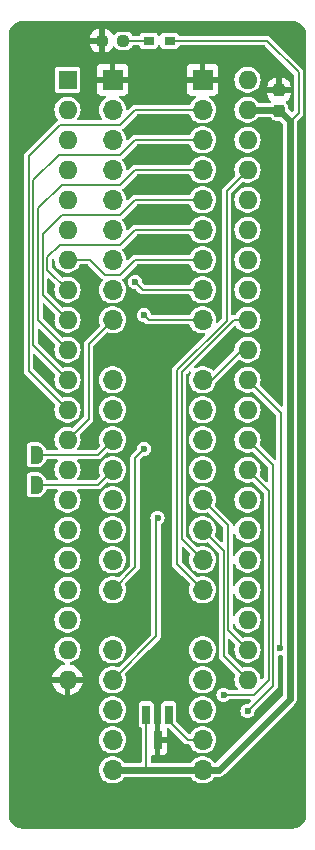
<source format=gbr>
G04 #@! TF.GenerationSoftware,KiCad,Pcbnew,8.0.4+dfsg-1*
G04 #@! TF.CreationDate,2025-03-02T11:59:08+09:00*
G04 #@! TF.ProjectId,bionic-mn1613,62696f6e-6963-42d6-9d6e-313631332e6b,3*
G04 #@! TF.SameCoordinates,Original*
G04 #@! TF.FileFunction,Copper,L1,Top*
G04 #@! TF.FilePolarity,Positive*
%FSLAX46Y46*%
G04 Gerber Fmt 4.6, Leading zero omitted, Abs format (unit mm)*
G04 Created by KiCad (PCBNEW 8.0.4+dfsg-1) date 2025-03-02 11:59:08*
%MOMM*%
%LPD*%
G01*
G04 APERTURE LIST*
G04 Aperture macros list*
%AMRoundRect*
0 Rectangle with rounded corners*
0 $1 Rounding radius*
0 $2 $3 $4 $5 $6 $7 $8 $9 X,Y pos of 4 corners*
0 Add a 4 corners polygon primitive as box body*
4,1,4,$2,$3,$4,$5,$6,$7,$8,$9,$2,$3,0*
0 Add four circle primitives for the rounded corners*
1,1,$1+$1,$2,$3*
1,1,$1+$1,$4,$5*
1,1,$1+$1,$6,$7*
1,1,$1+$1,$8,$9*
0 Add four rect primitives between the rounded corners*
20,1,$1+$1,$2,$3,$4,$5,0*
20,1,$1+$1,$4,$5,$6,$7,0*
20,1,$1+$1,$6,$7,$8,$9,0*
20,1,$1+$1,$8,$9,$2,$3,0*%
%AMFreePoly0*
4,1,19,0.500000,-0.750000,0.000000,-0.750000,0.000000,-0.744911,-0.071157,-0.744911,-0.207708,-0.704816,-0.327430,-0.627875,-0.420627,-0.520320,-0.479746,-0.390866,-0.500000,-0.250000,-0.500000,0.250000,-0.479746,0.390866,-0.420627,0.520320,-0.327430,0.627875,-0.207708,0.704816,-0.071157,0.744911,0.000000,0.744911,0.000000,0.750000,0.500000,0.750000,0.500000,-0.750000,0.500000,-0.750000,
$1*%
%AMFreePoly1*
4,1,19,0.000000,0.744911,0.071157,0.744911,0.207708,0.704816,0.327430,0.627875,0.420627,0.520320,0.479746,0.390866,0.500000,0.250000,0.500000,-0.250000,0.479746,-0.390866,0.420627,-0.520320,0.327430,-0.627875,0.207708,-0.704816,0.071157,-0.744911,0.000000,-0.744911,0.000000,-0.750000,-0.500000,-0.750000,-0.500000,0.750000,0.000000,0.750000,0.000000,0.744911,0.000000,0.744911,
$1*%
G04 Aperture macros list end*
G04 #@! TA.AperFunction,ComponentPad*
%ADD10O,1.700000X1.700000*%
G04 #@! TD*
G04 #@! TA.AperFunction,ComponentPad*
%ADD11R,1.700000X1.700000*%
G04 #@! TD*
G04 #@! TA.AperFunction,SMDPad,CuDef*
%ADD12FreePoly0,0.000000*%
G04 #@! TD*
G04 #@! TA.AperFunction,SMDPad,CuDef*
%ADD13FreePoly1,0.000000*%
G04 #@! TD*
G04 #@! TA.AperFunction,SMDPad,CuDef*
%ADD14R,0.660400X1.625600*%
G04 #@! TD*
G04 #@! TA.AperFunction,ComponentPad*
%ADD15R,1.600000X1.600000*%
G04 #@! TD*
G04 #@! TA.AperFunction,ComponentPad*
%ADD16O,1.600000X1.600000*%
G04 #@! TD*
G04 #@! TA.AperFunction,SMDPad,CuDef*
%ADD17RoundRect,0.237500X0.250000X0.237500X-0.250000X0.237500X-0.250000X-0.237500X0.250000X-0.237500X0*%
G04 #@! TD*
G04 #@! TA.AperFunction,SMDPad,CuDef*
%ADD18R,0.965200X0.762000*%
G04 #@! TD*
G04 #@! TA.AperFunction,SMDPad,CuDef*
%ADD19RoundRect,0.237500X0.237500X-0.300000X0.237500X0.300000X-0.237500X0.300000X-0.237500X-0.300000X0*%
G04 #@! TD*
G04 #@! TA.AperFunction,ViaPad*
%ADD20C,0.600000*%
G04 #@! TD*
G04 #@! TA.AperFunction,Conductor*
%ADD21C,0.200000*%
G04 #@! TD*
G04 #@! TA.AperFunction,Conductor*
%ADD22C,0.600000*%
G04 #@! TD*
G04 APERTURE END LIST*
D10*
X117510000Y-133500000D03*
X117510000Y-130960000D03*
X117510000Y-128420000D03*
X117510000Y-125880000D03*
X117510000Y-123340000D03*
X117510000Y-118260000D03*
X117510000Y-115720000D03*
X117510000Y-113180000D03*
X117510000Y-110640000D03*
X117510000Y-108100000D03*
X117510000Y-105560000D03*
X117510000Y-103020000D03*
X117510000Y-100480000D03*
X117510000Y-95400000D03*
X117510000Y-92860000D03*
X117510000Y-90320000D03*
X117510000Y-87780000D03*
X117510000Y-85240000D03*
X117510000Y-82700000D03*
X117510000Y-80160000D03*
X117510000Y-77620000D03*
D11*
X117510000Y-75080000D03*
X109890000Y-75080000D03*
D10*
X109890000Y-77620000D03*
X109890000Y-80160000D03*
X109890000Y-82700000D03*
X109890000Y-85240000D03*
X109890000Y-87780000D03*
X109890000Y-90320000D03*
X109890000Y-92860000D03*
X109890000Y-95400000D03*
X109890000Y-100480000D03*
X109890000Y-103020000D03*
X109890000Y-105560000D03*
X109890000Y-108100000D03*
X109890000Y-110640000D03*
X109890000Y-113180000D03*
X109890000Y-115720000D03*
X109890000Y-118260000D03*
X109890000Y-123340000D03*
X109890000Y-125880000D03*
X109890000Y-128420000D03*
X109890000Y-130960000D03*
X109890000Y-133500000D03*
D12*
X102165000Y-109370000D03*
D13*
X103465000Y-109370000D03*
D12*
X102165000Y-106830000D03*
D13*
X103465000Y-106830000D03*
D14*
X114650001Y-128828000D03*
X112749999Y-128828000D03*
X113700000Y-130960000D03*
D15*
X106080000Y-75080000D03*
D16*
X106080000Y-77620000D03*
X106080000Y-80160000D03*
X106080000Y-82700000D03*
X106080000Y-85240000D03*
X106080000Y-87780000D03*
X106080000Y-90320000D03*
X106080000Y-92860000D03*
X106080000Y-95400000D03*
X106080000Y-97940000D03*
X106080000Y-100480000D03*
X106080000Y-103020000D03*
X106080000Y-105560000D03*
X106080000Y-108100000D03*
X106080000Y-110640000D03*
X106080000Y-113180000D03*
X106080000Y-115720000D03*
X106080000Y-118260000D03*
X106080000Y-120800000D03*
X106080000Y-123340000D03*
X106080000Y-125880000D03*
X121320000Y-125880000D03*
X121320000Y-123340000D03*
X121320000Y-120800000D03*
X121320000Y-118260000D03*
X121320000Y-115720000D03*
X121320000Y-113180000D03*
X121320000Y-110640000D03*
X121320000Y-108100000D03*
X121320000Y-105560000D03*
X121320000Y-103020000D03*
X121320000Y-100480000D03*
X121320000Y-97940000D03*
X121320000Y-95400000D03*
X121320000Y-92860000D03*
X121320000Y-90320000D03*
X121320000Y-87780000D03*
X121320000Y-85240000D03*
X121320000Y-82700000D03*
X121320000Y-80160000D03*
X121320000Y-77620000D03*
X121320000Y-75080000D03*
D17*
X110802500Y-71778000D03*
X108977500Y-71778000D03*
D18*
X112963400Y-71778000D03*
X114716000Y-71778000D03*
D19*
X123987000Y-75969000D03*
X123987000Y-77694000D03*
D20*
X113700000Y-132611000D03*
X114970000Y-118006000D03*
X113573000Y-109497000D03*
X122590000Y-133500000D03*
X119288000Y-78890000D03*
X112557000Y-106322000D03*
X113700000Y-112164000D03*
X119288000Y-127150000D03*
X121320000Y-128547000D03*
X124098000Y-123213000D03*
X112557000Y-95019000D03*
X111812500Y-92207500D03*
D21*
X117510000Y-118260000D02*
X115332000Y-116082000D01*
X115332000Y-116082000D02*
X115332000Y-99679314D01*
X115332000Y-99679314D02*
X119542000Y-95469314D01*
X119542000Y-95469314D02*
X119542000Y-84478000D01*
X119542000Y-84478000D02*
X121320000Y-82700000D01*
X117510000Y-115720000D02*
X115732000Y-113942000D01*
X115732000Y-113942000D02*
X115732000Y-99845000D01*
X115732000Y-99845000D02*
X120177000Y-95400000D01*
X120177000Y-95400000D02*
X121320000Y-95400000D01*
X114677900Y-71778000D02*
X122971000Y-71778000D01*
D22*
X124898000Y-78531000D02*
X123987000Y-77620000D01*
D21*
X124981000Y-78531000D02*
X124898000Y-78531000D01*
D22*
X117510000Y-133500000D02*
X118907000Y-133500000D01*
X109890000Y-133500000D02*
X112684000Y-133500000D01*
X118907000Y-133500000D02*
X124898000Y-127509000D01*
D21*
X112749999Y-133434001D02*
X112684000Y-133500000D01*
X125638000Y-77874000D02*
X124981000Y-78531000D01*
X122971000Y-71778000D02*
X125638000Y-74445000D01*
D22*
X124898000Y-127509000D02*
X124898000Y-78531000D01*
X112684000Y-133500000D02*
X117510000Y-133500000D01*
D21*
X125638000Y-74445000D02*
X125638000Y-77874000D01*
D22*
X123987000Y-77620000D02*
X121320000Y-77620000D01*
D21*
X112749999Y-128674000D02*
X112749999Y-133434001D01*
X112925300Y-71778000D02*
X110802500Y-71778000D01*
X107858000Y-97432000D02*
X109890000Y-95400000D01*
X106080000Y-105560000D02*
X107858000Y-103782000D01*
X107858000Y-103782000D02*
X107858000Y-97432000D01*
X108620000Y-106830000D02*
X109890000Y-105560000D01*
X103413000Y-106703000D02*
X103540000Y-106830000D01*
X103540000Y-106830000D02*
X108620000Y-106830000D01*
X103540000Y-109370000D02*
X108620000Y-109370000D01*
X108620000Y-109370000D02*
X109890000Y-108100000D01*
X112557000Y-106322000D02*
X111795000Y-107084000D01*
X111795000Y-107084000D02*
X111795000Y-116355000D01*
X111795000Y-116355000D02*
X109890000Y-118260000D01*
X113700000Y-112164000D02*
X113573000Y-112291000D01*
X113573000Y-112291000D02*
X113573000Y-122197000D01*
X113573000Y-122197000D02*
X109890000Y-125880000D01*
X121828000Y-127150000D02*
X123098000Y-125880000D01*
X119288000Y-127150000D02*
X121828000Y-127150000D01*
X123098000Y-109878000D02*
X121320000Y-108100000D01*
X123098000Y-125880000D02*
X123098000Y-109878000D01*
X123498000Y-107738000D02*
X121320000Y-105560000D01*
X121320000Y-128547000D02*
X123498000Y-126369000D01*
X123498000Y-126369000D02*
X123498000Y-107738000D01*
X114650001Y-129370001D02*
X116240000Y-130960000D01*
X116240000Y-130960000D02*
X117510000Y-130960000D01*
X114650001Y-128674000D02*
X114650001Y-129370001D01*
X124114000Y-123197000D02*
X124114000Y-103274000D01*
X124098000Y-123213000D02*
X124114000Y-123197000D01*
X124114000Y-103274000D02*
X121320000Y-100480000D01*
X117510000Y-113180000D02*
X119288000Y-114958000D01*
X119288000Y-114958000D02*
X119288000Y-123848000D01*
X119288000Y-123848000D02*
X121320000Y-125880000D01*
X119688000Y-112818000D02*
X119688000Y-121708000D01*
X119688000Y-121708000D02*
X121320000Y-123340000D01*
X117510000Y-110640000D02*
X119688000Y-112818000D01*
X121320000Y-97940000D02*
X120812000Y-97940000D01*
X120812000Y-97940000D02*
X118272000Y-100480000D01*
X118272000Y-100480000D02*
X117510000Y-100480000D01*
X112938000Y-95400000D02*
X117510000Y-95400000D01*
X112557000Y-95019000D02*
X112938000Y-95400000D01*
X112465000Y-92860000D02*
X117510000Y-92860000D01*
X111812500Y-92207500D02*
X112465000Y-92860000D01*
X111795000Y-90320000D02*
X110525000Y-91590000D01*
X107985000Y-90320000D02*
X106080000Y-90320000D01*
X109255000Y-91590000D02*
X107985000Y-90320000D01*
X110525000Y-91590000D02*
X109255000Y-91590000D01*
X117510000Y-90320000D02*
X111795000Y-90320000D01*
X104378000Y-90117000D02*
X104378000Y-91158000D01*
X105445000Y-89050000D02*
X104378000Y-90117000D01*
X117510000Y-87780000D02*
X111795000Y-87780000D01*
X111795000Y-87780000D02*
X110525000Y-89050000D01*
X110525000Y-89050000D02*
X105445000Y-89050000D01*
X104378000Y-91158000D02*
X106080000Y-92860000D01*
X103978000Y-88104000D02*
X103978000Y-93298000D01*
X110525000Y-86510000D02*
X105572000Y-86510000D01*
X117510000Y-85240000D02*
X111795000Y-85240000D01*
X103978000Y-93298000D02*
X106080000Y-95400000D01*
X111795000Y-85240000D02*
X110525000Y-86510000D01*
X105572000Y-86510000D02*
X103978000Y-88104000D01*
X103578000Y-95438000D02*
X106080000Y-97940000D01*
X117510000Y-82700000D02*
X111795000Y-82700000D01*
X111795000Y-82700000D02*
X110525000Y-83970000D01*
X105572000Y-83970000D02*
X103578000Y-85964000D01*
X103578000Y-85964000D02*
X103578000Y-95438000D01*
X110525000Y-83970000D02*
X105572000Y-83970000D01*
X103178000Y-83570000D02*
X103178000Y-97578000D01*
X111795000Y-80160000D02*
X110525000Y-81430000D01*
X105318000Y-81430000D02*
X103178000Y-83570000D01*
X117510000Y-80160000D02*
X111795000Y-80160000D01*
X110525000Y-81430000D02*
X105318000Y-81430000D01*
X103178000Y-97578000D02*
X106080000Y-100480000D01*
X102778000Y-99718000D02*
X106080000Y-103020000D01*
X110525000Y-78890000D02*
X105445000Y-78890000D01*
X117510000Y-77620000D02*
X111795000Y-77620000D01*
X102778000Y-81557000D02*
X102778000Y-99718000D01*
X105445000Y-78890000D02*
X102778000Y-81557000D01*
X111795000Y-77620000D02*
X110525000Y-78890000D01*
G04 #@! TA.AperFunction,Conductor*
G36*
X125134309Y-70100877D02*
G01*
X125324457Y-70117512D01*
X125341437Y-70120505D01*
X125521635Y-70168789D01*
X125537839Y-70174687D01*
X125706902Y-70253523D01*
X125721842Y-70262149D01*
X125874641Y-70369140D01*
X125887861Y-70380232D01*
X126019767Y-70512138D01*
X126030859Y-70525358D01*
X126137850Y-70678157D01*
X126146477Y-70693100D01*
X126202537Y-70813320D01*
X126225308Y-70862151D01*
X126231211Y-70878368D01*
X126279492Y-71058555D01*
X126282488Y-71075550D01*
X126299123Y-71265690D01*
X126299500Y-71274318D01*
X126299500Y-137305681D01*
X126299123Y-137314309D01*
X126282488Y-137504449D01*
X126279492Y-137521444D01*
X126231211Y-137701631D01*
X126225308Y-137717848D01*
X126146478Y-137886898D01*
X126137850Y-137901842D01*
X126030859Y-138054641D01*
X126019767Y-138067861D01*
X125887861Y-138199767D01*
X125874641Y-138210859D01*
X125721842Y-138317850D01*
X125706898Y-138326478D01*
X125537848Y-138405308D01*
X125521631Y-138411211D01*
X125341444Y-138459492D01*
X125324449Y-138462488D01*
X125134309Y-138479123D01*
X125125681Y-138479500D01*
X102274319Y-138479500D01*
X102265691Y-138479123D01*
X102075550Y-138462488D01*
X102058555Y-138459492D01*
X101878368Y-138411211D01*
X101862154Y-138405309D01*
X101693100Y-138326477D01*
X101678157Y-138317850D01*
X101525358Y-138210859D01*
X101512138Y-138199767D01*
X101380232Y-138067861D01*
X101369140Y-138054641D01*
X101262149Y-137901842D01*
X101253523Y-137886902D01*
X101174687Y-137717839D01*
X101168788Y-137701631D01*
X101149843Y-137630926D01*
X101120505Y-137521437D01*
X101117512Y-137504457D01*
X101100877Y-137314309D01*
X101100500Y-137305681D01*
X101100500Y-133500000D01*
X108734571Y-133500000D01*
X108754244Y-133712310D01*
X108798745Y-133868713D01*
X108812596Y-133917391D01*
X108903772Y-134100500D01*
X108907634Y-134108255D01*
X109036128Y-134278407D01*
X109036135Y-134278413D01*
X109193692Y-134422047D01*
X109193699Y-134422053D01*
X109297389Y-134486255D01*
X109374981Y-134534298D01*
X109573802Y-134611321D01*
X109783390Y-134650500D01*
X109996610Y-134650500D01*
X110206198Y-134611321D01*
X110405019Y-134534298D01*
X110586302Y-134422052D01*
X110743872Y-134278407D01*
X110848515Y-134139838D01*
X110898671Y-134104796D01*
X110927518Y-134100500D01*
X112604943Y-134100500D01*
X116472482Y-134100500D01*
X116530673Y-134119407D01*
X116551483Y-134139836D01*
X116656128Y-134278407D01*
X116656135Y-134278413D01*
X116813692Y-134422047D01*
X116813699Y-134422053D01*
X116917389Y-134486255D01*
X116994981Y-134534298D01*
X117193802Y-134611321D01*
X117403390Y-134650500D01*
X117616610Y-134650500D01*
X117826198Y-134611321D01*
X118025019Y-134534298D01*
X118206302Y-134422052D01*
X118363872Y-134278407D01*
X118468515Y-134139838D01*
X118518671Y-134104796D01*
X118547518Y-134100500D01*
X118821864Y-134100500D01*
X118821880Y-134100501D01*
X118827943Y-134100501D01*
X118986056Y-134100501D01*
X118986057Y-134100501D01*
X119138785Y-134059577D01*
X119188904Y-134030639D01*
X119275716Y-133980520D01*
X119387520Y-133868716D01*
X119387521Y-133868713D01*
X125266713Y-127989521D01*
X125266716Y-127989520D01*
X125378520Y-127877716D01*
X125457577Y-127740784D01*
X125498500Y-127588057D01*
X125498500Y-78620900D01*
X125517407Y-78562709D01*
X125527490Y-78550902D01*
X125958480Y-78119913D01*
X126011207Y-78028587D01*
X126038500Y-77926727D01*
X126038500Y-74505714D01*
X126038501Y-74505701D01*
X126038501Y-74392272D01*
X126038500Y-74392270D01*
X126011207Y-74290413D01*
X125979292Y-74235135D01*
X125958480Y-74199087D01*
X125883913Y-74124520D01*
X125883910Y-74124518D01*
X123216913Y-71457520D01*
X123216910Y-71457518D01*
X123216908Y-71457516D01*
X123125591Y-71404794D01*
X123125593Y-71404794D01*
X123086070Y-71394204D01*
X123023727Y-71377500D01*
X123023725Y-71377500D01*
X115582987Y-71377500D01*
X115524796Y-71358593D01*
X115492423Y-71318489D01*
X115450806Y-71224235D01*
X115371365Y-71144794D01*
X115268591Y-71099415D01*
X115268590Y-71099414D01*
X115268588Y-71099414D01*
X115243468Y-71096500D01*
X114188539Y-71096500D01*
X114188536Y-71096501D01*
X114163409Y-71099414D01*
X114060635Y-71144794D01*
X113981194Y-71224235D01*
X113939578Y-71318488D01*
X113935813Y-71327014D01*
X113935226Y-71329173D01*
X113934103Y-71330886D01*
X113932808Y-71333821D01*
X113932322Y-71333606D01*
X113901703Y-71380357D01*
X113844497Y-71402062D01*
X113785458Y-71385996D01*
X113747138Y-71338297D01*
X113744172Y-71329166D01*
X113743585Y-71327011D01*
X113743585Y-71327009D01*
X113698206Y-71224235D01*
X113618765Y-71144794D01*
X113515991Y-71099415D01*
X113515990Y-71099414D01*
X113515988Y-71099414D01*
X113490868Y-71096500D01*
X112435939Y-71096500D01*
X112435936Y-71096501D01*
X112410809Y-71099414D01*
X112308035Y-71144794D01*
X112228594Y-71224235D01*
X112186976Y-71318489D01*
X112146177Y-71364084D01*
X112096413Y-71377500D01*
X111633921Y-71377500D01*
X111575730Y-71358593D01*
X111541824Y-71314819D01*
X111525862Y-71274342D01*
X111436500Y-71156500D01*
X111318658Y-71067138D01*
X111296893Y-71058555D01*
X111181079Y-71012883D01*
X111094620Y-71002500D01*
X111094618Y-71002500D01*
X110510382Y-71002500D01*
X110510379Y-71002500D01*
X110423920Y-71012883D01*
X110286341Y-71067138D01*
X110168503Y-71156497D01*
X110168496Y-71156504D01*
X110079455Y-71273922D01*
X110029229Y-71308864D01*
X109968056Y-71307610D01*
X109919304Y-71270639D01*
X109906596Y-71245239D01*
X109900450Y-71226692D01*
X109809946Y-71079964D01*
X109688035Y-70958053D01*
X109541306Y-70867548D01*
X109377648Y-70813318D01*
X109276655Y-70803000D01*
X109227501Y-70803000D01*
X109227500Y-70803001D01*
X109227500Y-72752998D01*
X109227501Y-72752999D01*
X109276654Y-72752999D01*
X109377642Y-72742682D01*
X109377654Y-72742679D01*
X109541306Y-72688451D01*
X109688035Y-72597946D01*
X109809946Y-72476035D01*
X109900451Y-72329306D01*
X109906596Y-72310761D01*
X109942845Y-72261469D01*
X110001144Y-72242899D01*
X110059225Y-72262142D01*
X110079456Y-72282078D01*
X110168500Y-72399500D01*
X110286342Y-72488862D01*
X110423923Y-72543117D01*
X110510382Y-72553500D01*
X110510384Y-72553500D01*
X111094616Y-72553500D01*
X111094618Y-72553500D01*
X111181077Y-72543117D01*
X111318658Y-72488862D01*
X111436500Y-72399500D01*
X111525862Y-72281658D01*
X111541824Y-72241180D01*
X111580760Y-72193984D01*
X111633921Y-72178500D01*
X112096413Y-72178500D01*
X112154604Y-72197407D01*
X112186976Y-72237510D01*
X112228594Y-72331765D01*
X112308035Y-72411206D01*
X112410809Y-72456585D01*
X112435935Y-72459500D01*
X113490864Y-72459499D01*
X113515991Y-72456585D01*
X113618765Y-72411206D01*
X113698206Y-72331765D01*
X113743585Y-72228991D01*
X113743586Y-72228978D01*
X113744169Y-72226838D01*
X113745292Y-72225122D01*
X113746592Y-72222179D01*
X113747078Y-72222393D01*
X113777686Y-72175650D01*
X113834890Y-72153938D01*
X113893930Y-72169996D01*
X113932256Y-72217691D01*
X113935225Y-72226826D01*
X113935812Y-72228984D01*
X113935814Y-72228990D01*
X113935815Y-72228991D01*
X113981194Y-72331765D01*
X114060635Y-72411206D01*
X114163409Y-72456585D01*
X114188535Y-72459500D01*
X115243464Y-72459499D01*
X115268591Y-72456585D01*
X115371365Y-72411206D01*
X115450806Y-72331765D01*
X115492423Y-72237510D01*
X115533223Y-72191916D01*
X115582987Y-72178500D01*
X122764099Y-72178500D01*
X122822290Y-72197407D01*
X122834103Y-72207496D01*
X125208504Y-74581896D01*
X125236281Y-74636413D01*
X125237500Y-74651900D01*
X125237500Y-77667099D01*
X125218593Y-77725290D01*
X125208503Y-77737103D01*
X125150924Y-77794681D01*
X125096407Y-77822458D01*
X125035975Y-77812886D01*
X125010917Y-77794681D01*
X124791496Y-77575260D01*
X124763719Y-77520743D01*
X124762500Y-77505256D01*
X124762500Y-77351883D01*
X124762500Y-77351882D01*
X124752117Y-77265423D01*
X124697862Y-77127842D01*
X124616834Y-77020990D01*
X124596740Y-76963201D01*
X124614451Y-76904635D01*
X124643748Y-76876912D01*
X124685035Y-76851446D01*
X124806946Y-76729535D01*
X124897451Y-76582806D01*
X124951681Y-76419148D01*
X124962000Y-76318155D01*
X124962000Y-76219001D01*
X124961999Y-76219000D01*
X123012002Y-76219000D01*
X123012001Y-76219001D01*
X123012001Y-76318154D01*
X123022317Y-76419142D01*
X123022320Y-76419154D01*
X123076548Y-76582806D01*
X123167053Y-76729535D01*
X123288014Y-76850496D01*
X123315791Y-76905013D01*
X123306220Y-76965445D01*
X123262955Y-77008710D01*
X123218010Y-77019500D01*
X122294863Y-77019500D01*
X122236672Y-77000593D01*
X122215861Y-76980163D01*
X122136764Y-76875421D01*
X121986041Y-76738019D01*
X121812637Y-76630652D01*
X121622456Y-76556976D01*
X121622455Y-76556975D01*
X121622453Y-76556975D01*
X121421976Y-76519500D01*
X121218024Y-76519500D01*
X121017546Y-76556975D01*
X120993055Y-76566463D01*
X120827363Y-76630652D01*
X120718676Y-76697948D01*
X120653959Y-76738019D01*
X120503237Y-76875420D01*
X120380328Y-77038177D01*
X120380323Y-77038186D01*
X120298450Y-77202611D01*
X120289418Y-77220750D01*
X120233603Y-77416917D01*
X120214785Y-77620000D01*
X120233603Y-77823083D01*
X120289418Y-78019250D01*
X120380327Y-78201821D01*
X120503236Y-78364579D01*
X120653959Y-78501981D01*
X120827363Y-78609348D01*
X121017544Y-78683024D01*
X121218024Y-78720500D01*
X121421976Y-78720500D01*
X121622456Y-78683024D01*
X121812637Y-78609348D01*
X121986041Y-78501981D01*
X122136764Y-78364579D01*
X122215860Y-78259837D01*
X122266016Y-78224796D01*
X122294863Y-78220500D01*
X123196892Y-78220500D01*
X123255083Y-78239407D01*
X123275776Y-78259681D01*
X123276138Y-78260158D01*
X123365500Y-78378000D01*
X123483342Y-78467362D01*
X123620923Y-78521617D01*
X123707382Y-78532000D01*
X124008757Y-78532000D01*
X124066948Y-78550907D01*
X124078760Y-78560996D01*
X124268503Y-78750738D01*
X124296281Y-78805255D01*
X124297500Y-78820742D01*
X124297500Y-102652099D01*
X124278593Y-102710290D01*
X124229093Y-102746254D01*
X124167907Y-102746254D01*
X124128496Y-102722103D01*
X122377336Y-100970943D01*
X122349559Y-100916426D01*
X122352118Y-100873848D01*
X122406397Y-100683083D01*
X122425215Y-100480000D01*
X122406397Y-100276917D01*
X122350582Y-100080750D01*
X122259673Y-99898179D01*
X122136764Y-99735421D01*
X121986041Y-99598019D01*
X121812637Y-99490652D01*
X121622456Y-99416976D01*
X121622455Y-99416975D01*
X121622453Y-99416975D01*
X121421976Y-99379500D01*
X121218024Y-99379500D01*
X121017546Y-99416975D01*
X120947632Y-99444059D01*
X120827363Y-99490652D01*
X120718678Y-99557947D01*
X120653959Y-99598019D01*
X120503237Y-99735420D01*
X120380328Y-99898177D01*
X120380323Y-99898186D01*
X120298450Y-100062611D01*
X120289418Y-100080750D01*
X120233603Y-100276917D01*
X120214785Y-100480000D01*
X120233603Y-100683083D01*
X120289418Y-100879250D01*
X120380327Y-101061821D01*
X120503236Y-101224579D01*
X120653959Y-101361981D01*
X120827363Y-101469348D01*
X121017544Y-101543024D01*
X121218024Y-101580500D01*
X121421976Y-101580500D01*
X121622456Y-101543024D01*
X121702259Y-101512107D01*
X121763351Y-101508718D01*
X121808026Y-101534419D01*
X123684504Y-103410896D01*
X123712281Y-103465413D01*
X123713500Y-103480900D01*
X123713500Y-107148099D01*
X123694593Y-107206290D01*
X123645093Y-107242254D01*
X123583907Y-107242254D01*
X123544496Y-107218103D01*
X122377336Y-106050943D01*
X122349559Y-105996426D01*
X122352118Y-105953848D01*
X122406397Y-105763083D01*
X122425215Y-105560000D01*
X122406397Y-105356917D01*
X122350582Y-105160750D01*
X122259673Y-104978179D01*
X122136764Y-104815421D01*
X121986041Y-104678019D01*
X121812637Y-104570652D01*
X121622456Y-104496976D01*
X121622455Y-104496975D01*
X121622453Y-104496975D01*
X121421976Y-104459500D01*
X121218024Y-104459500D01*
X121017546Y-104496975D01*
X120995334Y-104505580D01*
X120827363Y-104570652D01*
X120718676Y-104637948D01*
X120653959Y-104678019D01*
X120503237Y-104815420D01*
X120380328Y-104978177D01*
X120380323Y-104978186D01*
X120298450Y-105142611D01*
X120289418Y-105160750D01*
X120233603Y-105356917D01*
X120214785Y-105560000D01*
X120233603Y-105763083D01*
X120289418Y-105959250D01*
X120380327Y-106141821D01*
X120503236Y-106304579D01*
X120653959Y-106441981D01*
X120827363Y-106549348D01*
X121017544Y-106623024D01*
X121218024Y-106660500D01*
X121421976Y-106660500D01*
X121622456Y-106623024D01*
X121702259Y-106592107D01*
X121763351Y-106588718D01*
X121808026Y-106614419D01*
X123068504Y-107874897D01*
X123096281Y-107929414D01*
X123097500Y-107944901D01*
X123097500Y-109072099D01*
X123078593Y-109130290D01*
X123029093Y-109166254D01*
X122967907Y-109166254D01*
X122928496Y-109142103D01*
X122377336Y-108590943D01*
X122349559Y-108536426D01*
X122352118Y-108493848D01*
X122406397Y-108303083D01*
X122425215Y-108100000D01*
X122406397Y-107896917D01*
X122350582Y-107700750D01*
X122259673Y-107518179D01*
X122136764Y-107355421D01*
X121986041Y-107218019D01*
X121812637Y-107110652D01*
X121622456Y-107036976D01*
X121622455Y-107036975D01*
X121622453Y-107036975D01*
X121421976Y-106999500D01*
X121218024Y-106999500D01*
X121017546Y-107036975D01*
X120947632Y-107064059D01*
X120827363Y-107110652D01*
X120677881Y-107203207D01*
X120653959Y-107218019D01*
X120503237Y-107355420D01*
X120380328Y-107518177D01*
X120380323Y-107518186D01*
X120298450Y-107682611D01*
X120289418Y-107700750D01*
X120233603Y-107896917D01*
X120214785Y-108100000D01*
X120233603Y-108303083D01*
X120289418Y-108499250D01*
X120380327Y-108681821D01*
X120503236Y-108844579D01*
X120653959Y-108981981D01*
X120827363Y-109089348D01*
X121017544Y-109163024D01*
X121218024Y-109200500D01*
X121421976Y-109200500D01*
X121622456Y-109163024D01*
X121702258Y-109132107D01*
X121763350Y-109128717D01*
X121808026Y-109154418D01*
X122668504Y-110014896D01*
X122696281Y-110069413D01*
X122697500Y-110084900D01*
X122697500Y-125673099D01*
X122678593Y-125731290D01*
X122668503Y-125743103D01*
X122583359Y-125828246D01*
X122528842Y-125856023D01*
X122468410Y-125846451D01*
X122425146Y-125803187D01*
X122414779Y-125767381D01*
X122406397Y-125676917D01*
X122350582Y-125480750D01*
X122259673Y-125298179D01*
X122136764Y-125135421D01*
X121986041Y-124998019D01*
X121812637Y-124890652D01*
X121622456Y-124816976D01*
X121622455Y-124816975D01*
X121622453Y-124816975D01*
X121421976Y-124779500D01*
X121218024Y-124779500D01*
X121017552Y-124816974D01*
X121017546Y-124816975D01*
X121017544Y-124816976D01*
X120977352Y-124832546D01*
X120937738Y-124847892D01*
X120876647Y-124851281D01*
X120831973Y-124825580D01*
X119717496Y-123711103D01*
X119689719Y-123656586D01*
X119688500Y-123641099D01*
X119688500Y-122513900D01*
X119707407Y-122455709D01*
X119756907Y-122419745D01*
X119818093Y-122419745D01*
X119857504Y-122443897D01*
X120262663Y-122849057D01*
X120290440Y-122903573D01*
X120287880Y-122946152D01*
X120233603Y-123136915D01*
X120233603Y-123136917D01*
X120214785Y-123340000D01*
X120233603Y-123543083D01*
X120281409Y-123711103D01*
X120289419Y-123739252D01*
X120369823Y-123900727D01*
X120380327Y-123921821D01*
X120503236Y-124084579D01*
X120653959Y-124221981D01*
X120827363Y-124329348D01*
X121017544Y-124403024D01*
X121218024Y-124440500D01*
X121421976Y-124440500D01*
X121622456Y-124403024D01*
X121812637Y-124329348D01*
X121986041Y-124221981D01*
X122136764Y-124084579D01*
X122259673Y-123921821D01*
X122350582Y-123739250D01*
X122406397Y-123543083D01*
X122425215Y-123340000D01*
X122406397Y-123136917D01*
X122350582Y-122940750D01*
X122259673Y-122758179D01*
X122136764Y-122595421D01*
X121986041Y-122458019D01*
X121812637Y-122350652D01*
X121622456Y-122276976D01*
X121622455Y-122276975D01*
X121622453Y-122276975D01*
X121421976Y-122239500D01*
X121218024Y-122239500D01*
X121017544Y-122276975D01*
X120937739Y-122307892D01*
X120876648Y-122311282D01*
X120831973Y-122285581D01*
X120117496Y-121571103D01*
X120089719Y-121516586D01*
X120088500Y-121501099D01*
X120088500Y-121202803D01*
X120107407Y-121144612D01*
X120156907Y-121108648D01*
X120218093Y-121108648D01*
X120267593Y-121144612D01*
X120282719Y-121175708D01*
X120287001Y-121190757D01*
X120289418Y-121199251D01*
X120291187Y-121202803D01*
X120380327Y-121381821D01*
X120503236Y-121544579D01*
X120653959Y-121681981D01*
X120827363Y-121789348D01*
X121017544Y-121863024D01*
X121218024Y-121900500D01*
X121421976Y-121900500D01*
X121622456Y-121863024D01*
X121812637Y-121789348D01*
X121986041Y-121681981D01*
X122136764Y-121544579D01*
X122259673Y-121381821D01*
X122350582Y-121199250D01*
X122406397Y-121003083D01*
X122425215Y-120800000D01*
X122406397Y-120596917D01*
X122350582Y-120400750D01*
X122259673Y-120218179D01*
X122136764Y-120055421D01*
X121986041Y-119918019D01*
X121812637Y-119810652D01*
X121622456Y-119736976D01*
X121622455Y-119736975D01*
X121622453Y-119736975D01*
X121421976Y-119699500D01*
X121218024Y-119699500D01*
X121017546Y-119736975D01*
X120947632Y-119764059D01*
X120827363Y-119810652D01*
X120653959Y-119918019D01*
X120503237Y-120055420D01*
X120380328Y-120218177D01*
X120380323Y-120218186D01*
X120289419Y-120400747D01*
X120289418Y-120400750D01*
X120282720Y-120424290D01*
X120248610Y-120475084D01*
X120191158Y-120496128D01*
X120132308Y-120479384D01*
X120094540Y-120431247D01*
X120088500Y-120397196D01*
X120088500Y-118662803D01*
X120107407Y-118604612D01*
X120156907Y-118568648D01*
X120218093Y-118568648D01*
X120267593Y-118604612D01*
X120282719Y-118635708D01*
X120287001Y-118650757D01*
X120289418Y-118659251D01*
X120291187Y-118662803D01*
X120380327Y-118841821D01*
X120503236Y-119004579D01*
X120653959Y-119141981D01*
X120827363Y-119249348D01*
X121017544Y-119323024D01*
X121218024Y-119360500D01*
X121421976Y-119360500D01*
X121622456Y-119323024D01*
X121812637Y-119249348D01*
X121986041Y-119141981D01*
X122136764Y-119004579D01*
X122259673Y-118841821D01*
X122350582Y-118659250D01*
X122406397Y-118463083D01*
X122425215Y-118260000D01*
X122406397Y-118056917D01*
X122350582Y-117860750D01*
X122259673Y-117678179D01*
X122136764Y-117515421D01*
X121986041Y-117378019D01*
X121812637Y-117270652D01*
X121622456Y-117196976D01*
X121622455Y-117196975D01*
X121622453Y-117196975D01*
X121421976Y-117159500D01*
X121218024Y-117159500D01*
X121017546Y-117196975D01*
X120977353Y-117212546D01*
X120827363Y-117270652D01*
X120718676Y-117337948D01*
X120653959Y-117378019D01*
X120503237Y-117515420D01*
X120380328Y-117678177D01*
X120380323Y-117678186D01*
X120289419Y-117860747D01*
X120289418Y-117860750D01*
X120282720Y-117884290D01*
X120248610Y-117935084D01*
X120191158Y-117956128D01*
X120132308Y-117939384D01*
X120094540Y-117891247D01*
X120088500Y-117857196D01*
X120088500Y-116122803D01*
X120107407Y-116064612D01*
X120156907Y-116028648D01*
X120218093Y-116028648D01*
X120267593Y-116064612D01*
X120282719Y-116095708D01*
X120287001Y-116110757D01*
X120289418Y-116119251D01*
X120324202Y-116189107D01*
X120380327Y-116301821D01*
X120503236Y-116464579D01*
X120653959Y-116601981D01*
X120827363Y-116709348D01*
X121017544Y-116783024D01*
X121218024Y-116820500D01*
X121421976Y-116820500D01*
X121622456Y-116783024D01*
X121812637Y-116709348D01*
X121986041Y-116601981D01*
X122136764Y-116464579D01*
X122259673Y-116301821D01*
X122350582Y-116119250D01*
X122406397Y-115923083D01*
X122425215Y-115720000D01*
X122406397Y-115516917D01*
X122350582Y-115320750D01*
X122259673Y-115138179D01*
X122136764Y-114975421D01*
X121986041Y-114838019D01*
X121812637Y-114730652D01*
X121622456Y-114656976D01*
X121622455Y-114656975D01*
X121622453Y-114656975D01*
X121421976Y-114619500D01*
X121218024Y-114619500D01*
X121017546Y-114656975D01*
X120977353Y-114672546D01*
X120827363Y-114730652D01*
X120718676Y-114797948D01*
X120653959Y-114838019D01*
X120503237Y-114975420D01*
X120380328Y-115138177D01*
X120380323Y-115138186D01*
X120289419Y-115320747D01*
X120289418Y-115320750D01*
X120282720Y-115344290D01*
X120248610Y-115395084D01*
X120191158Y-115416128D01*
X120132308Y-115399384D01*
X120094540Y-115351247D01*
X120088500Y-115317196D01*
X120088500Y-113582803D01*
X120107407Y-113524612D01*
X120156907Y-113488648D01*
X120218093Y-113488648D01*
X120267593Y-113524612D01*
X120282719Y-113555708D01*
X120287001Y-113570757D01*
X120289418Y-113579251D01*
X120354651Y-113710257D01*
X120380327Y-113761821D01*
X120503236Y-113924579D01*
X120653959Y-114061981D01*
X120827363Y-114169348D01*
X121017544Y-114243024D01*
X121218024Y-114280500D01*
X121421976Y-114280500D01*
X121622456Y-114243024D01*
X121812637Y-114169348D01*
X121986041Y-114061981D01*
X122136764Y-113924579D01*
X122259673Y-113761821D01*
X122350582Y-113579250D01*
X122406397Y-113383083D01*
X122425215Y-113180000D01*
X122406397Y-112976917D01*
X122350582Y-112780750D01*
X122259673Y-112598179D01*
X122136764Y-112435421D01*
X121986041Y-112298019D01*
X121812637Y-112190652D01*
X121622456Y-112116976D01*
X121622455Y-112116975D01*
X121622453Y-112116975D01*
X121421976Y-112079500D01*
X121218024Y-112079500D01*
X121017546Y-112116975D01*
X120947632Y-112144059D01*
X120827363Y-112190652D01*
X120718676Y-112257948D01*
X120653959Y-112298019D01*
X120503237Y-112435420D01*
X120380328Y-112598177D01*
X120380323Y-112598186D01*
X120289419Y-112780747D01*
X120289418Y-112780750D01*
X120282720Y-112804290D01*
X120248610Y-112855084D01*
X120191158Y-112876128D01*
X120132308Y-112859384D01*
X120094540Y-112811247D01*
X120088500Y-112777196D01*
X120088500Y-112765274D01*
X120088500Y-112765273D01*
X120061207Y-112663413D01*
X120061207Y-112663412D01*
X120061207Y-112663411D01*
X120008483Y-112572091D01*
X120008482Y-112572090D01*
X120008481Y-112572089D01*
X120008480Y-112572087D01*
X118606650Y-111170257D01*
X118578873Y-111115740D01*
X118587111Y-111062182D01*
X118585752Y-111061656D01*
X118587400Y-111057398D01*
X118587405Y-111057389D01*
X118645756Y-110852310D01*
X118665429Y-110640000D01*
X120214785Y-110640000D01*
X120233603Y-110843083D01*
X120289418Y-111039250D01*
X120380327Y-111221821D01*
X120503236Y-111384579D01*
X120653959Y-111521981D01*
X120827363Y-111629348D01*
X121017544Y-111703024D01*
X121218024Y-111740500D01*
X121421976Y-111740500D01*
X121622456Y-111703024D01*
X121812637Y-111629348D01*
X121986041Y-111521981D01*
X122136764Y-111384579D01*
X122259673Y-111221821D01*
X122350582Y-111039250D01*
X122406397Y-110843083D01*
X122425215Y-110640000D01*
X122406397Y-110436917D01*
X122350582Y-110240750D01*
X122259673Y-110058179D01*
X122136764Y-109895421D01*
X121986041Y-109758019D01*
X121812637Y-109650652D01*
X121622456Y-109576976D01*
X121622455Y-109576975D01*
X121622453Y-109576975D01*
X121421976Y-109539500D01*
X121218024Y-109539500D01*
X121017546Y-109576975D01*
X120947632Y-109604059D01*
X120827363Y-109650652D01*
X120677881Y-109743207D01*
X120653959Y-109758019D01*
X120503237Y-109895420D01*
X120380328Y-110058177D01*
X120380323Y-110058186D01*
X120298450Y-110222611D01*
X120289418Y-110240750D01*
X120233603Y-110436917D01*
X120214785Y-110640000D01*
X118665429Y-110640000D01*
X118645756Y-110427690D01*
X118587405Y-110222611D01*
X118492366Y-110031745D01*
X118363872Y-109861593D01*
X118302663Y-109805793D01*
X118206307Y-109717952D01*
X118206300Y-109717946D01*
X118025024Y-109605705D01*
X118025019Y-109605702D01*
X117949699Y-109576523D01*
X117826198Y-109528679D01*
X117826197Y-109528678D01*
X117826195Y-109528678D01*
X117616610Y-109489500D01*
X117403390Y-109489500D01*
X117193804Y-109528678D01*
X116994980Y-109605702D01*
X116994975Y-109605705D01*
X116813699Y-109717946D01*
X116813692Y-109717952D01*
X116656135Y-109861586D01*
X116656131Y-109861589D01*
X116656128Y-109861593D01*
X116656125Y-109861597D01*
X116527635Y-110031743D01*
X116527630Y-110031752D01*
X116432596Y-110222608D01*
X116374244Y-110427688D01*
X116374244Y-110427690D01*
X116354571Y-110640000D01*
X116374244Y-110852310D01*
X116432595Y-111057389D01*
X116527634Y-111248255D01*
X116656128Y-111418407D01*
X116656135Y-111418413D01*
X116813692Y-111562047D01*
X116813699Y-111562053D01*
X116841000Y-111578957D01*
X116994981Y-111674298D01*
X117193802Y-111751321D01*
X117403390Y-111790500D01*
X117616610Y-111790500D01*
X117826198Y-111751321D01*
X117930908Y-111710755D01*
X117991998Y-111707366D01*
X118036674Y-111733067D01*
X119258504Y-112954897D01*
X119286281Y-113009414D01*
X119287500Y-113024901D01*
X119287500Y-114152099D01*
X119268593Y-114210290D01*
X119219093Y-114246254D01*
X119157907Y-114246254D01*
X119118496Y-114222103D01*
X118606650Y-113710257D01*
X118578873Y-113655740D01*
X118587111Y-113602182D01*
X118585752Y-113601656D01*
X118587400Y-113597398D01*
X118587405Y-113597389D01*
X118645756Y-113392310D01*
X118665429Y-113180000D01*
X118645756Y-112967690D01*
X118587405Y-112762611D01*
X118492366Y-112571745D01*
X118363872Y-112401593D01*
X118275210Y-112320766D01*
X118206307Y-112257952D01*
X118206300Y-112257946D01*
X118025024Y-112145705D01*
X118025019Y-112145702D01*
X117826195Y-112068678D01*
X117616610Y-112029500D01*
X117403390Y-112029500D01*
X117193804Y-112068678D01*
X116994980Y-112145702D01*
X116994975Y-112145705D01*
X116813699Y-112257946D01*
X116813692Y-112257952D01*
X116656135Y-112401586D01*
X116656131Y-112401589D01*
X116656128Y-112401593D01*
X116656125Y-112401597D01*
X116527635Y-112571743D01*
X116527630Y-112571752D01*
X116432596Y-112762608D01*
X116374244Y-112967688D01*
X116370378Y-113009414D01*
X116354571Y-113180000D01*
X116374244Y-113392310D01*
X116432595Y-113597389D01*
X116527634Y-113788255D01*
X116656128Y-113958407D01*
X116656135Y-113958413D01*
X116813692Y-114102047D01*
X116813699Y-114102053D01*
X116894526Y-114152099D01*
X116994981Y-114214298D01*
X117193802Y-114291321D01*
X117403390Y-114330500D01*
X117616610Y-114330500D01*
X117826198Y-114291321D01*
X117930908Y-114250755D01*
X117991998Y-114247366D01*
X118036674Y-114273067D01*
X118858504Y-115094896D01*
X118886281Y-115149413D01*
X118887500Y-115164900D01*
X118887500Y-123795273D01*
X118887500Y-123900727D01*
X118900233Y-123948247D01*
X118914794Y-124002592D01*
X118967516Y-124093908D01*
X118967517Y-124093909D01*
X118967518Y-124093910D01*
X118967520Y-124093913D01*
X119623472Y-124749865D01*
X120262663Y-125389056D01*
X120290440Y-125443573D01*
X120287880Y-125486152D01*
X120233603Y-125676915D01*
X120233603Y-125676917D01*
X120214785Y-125880000D01*
X120233603Y-126083083D01*
X120289418Y-126279250D01*
X120380327Y-126461821D01*
X120477759Y-126590842D01*
X120497737Y-126648670D01*
X120479908Y-126707201D01*
X120431082Y-126744073D01*
X120398754Y-126749500D01*
X119785071Y-126749500D01*
X119726880Y-126730593D01*
X119718312Y-126723276D01*
X119712493Y-126718811D01*
X119590841Y-126625464D01*
X119590840Y-126625463D01*
X119590838Y-126625462D01*
X119444766Y-126564957D01*
X119444758Y-126564955D01*
X119288001Y-126544318D01*
X119287999Y-126544318D01*
X119131241Y-126564955D01*
X119131233Y-126564957D01*
X118985161Y-126625462D01*
X118985160Y-126625462D01*
X118859723Y-126721713D01*
X118859719Y-126721716D01*
X118859718Y-126721718D01*
X118859716Y-126721721D01*
X118763462Y-126847160D01*
X118763462Y-126847161D01*
X118702957Y-126993233D01*
X118702955Y-126993241D01*
X118682318Y-127149999D01*
X118682318Y-127150000D01*
X118702955Y-127306758D01*
X118702957Y-127306766D01*
X118763462Y-127452838D01*
X118763462Y-127452839D01*
X118859713Y-127578276D01*
X118859718Y-127578282D01*
X118985159Y-127674536D01*
X118985160Y-127674536D01*
X118985161Y-127674537D01*
X119093721Y-127719504D01*
X119131238Y-127735044D01*
X119248809Y-127750522D01*
X119287999Y-127755682D01*
X119288000Y-127755682D01*
X119288001Y-127755682D01*
X119319352Y-127751554D01*
X119444762Y-127735044D01*
X119590841Y-127674536D01*
X119716282Y-127578282D01*
X119716281Y-127578282D01*
X119721430Y-127574332D01*
X119722490Y-127575713D01*
X119769584Y-127551719D01*
X119785071Y-127550500D01*
X121511100Y-127550500D01*
X121569291Y-127569407D01*
X121605255Y-127618907D01*
X121605255Y-127680093D01*
X121581103Y-127719502D01*
X121458171Y-127842435D01*
X121388284Y-127912322D01*
X121333768Y-127940099D01*
X121322554Y-127940981D01*
X121163241Y-127961955D01*
X121163233Y-127961957D01*
X121017161Y-128022462D01*
X121017160Y-128022462D01*
X120891723Y-128118713D01*
X120891713Y-128118723D01*
X120795462Y-128244160D01*
X120795462Y-128244161D01*
X120734957Y-128390233D01*
X120734955Y-128390241D01*
X120714318Y-128546999D01*
X120714318Y-128547000D01*
X120734955Y-128703758D01*
X120734957Y-128703766D01*
X120795462Y-128849838D01*
X120795462Y-128849839D01*
X120795464Y-128849841D01*
X120891718Y-128975282D01*
X121017159Y-129071536D01*
X121163238Y-129132044D01*
X121280809Y-129147522D01*
X121319999Y-129152682D01*
X121320000Y-129152682D01*
X121320001Y-129152682D01*
X121351352Y-129148554D01*
X121476762Y-129132044D01*
X121622841Y-129071536D01*
X121748282Y-128975282D01*
X121844536Y-128849841D01*
X121905044Y-128703762D01*
X121925682Y-128547000D01*
X121925682Y-128546999D01*
X121926529Y-128540567D01*
X121928256Y-128540794D01*
X121944589Y-128490527D01*
X121954678Y-128478714D01*
X122863985Y-127569407D01*
X123818480Y-126614913D01*
X123832379Y-126590839D01*
X123871205Y-126523592D01*
X123871205Y-126523590D01*
X123871207Y-126523588D01*
X123898500Y-126421727D01*
X123898500Y-126316273D01*
X123898500Y-123905305D01*
X123917407Y-123847114D01*
X123966907Y-123811150D01*
X124010421Y-123807152D01*
X124098000Y-123818682D01*
X124185578Y-123807152D01*
X124245739Y-123818302D01*
X124287856Y-123862684D01*
X124297500Y-123905305D01*
X124297500Y-127219257D01*
X124278593Y-127277448D01*
X124268504Y-127289261D01*
X118687261Y-132870504D01*
X118632744Y-132898281D01*
X118617257Y-132899500D01*
X118547518Y-132899500D01*
X118489327Y-132880593D01*
X118468516Y-132860163D01*
X118363872Y-132721593D01*
X118309623Y-132672139D01*
X118206307Y-132577952D01*
X118206300Y-132577946D01*
X118025024Y-132465705D01*
X118025019Y-132465702D01*
X117826195Y-132388678D01*
X117616610Y-132349500D01*
X117403390Y-132349500D01*
X117193804Y-132388678D01*
X116994980Y-132465702D01*
X116994975Y-132465705D01*
X116813699Y-132577946D01*
X116813692Y-132577952D01*
X116656135Y-132721586D01*
X116656131Y-132721589D01*
X116656128Y-132721593D01*
X116551484Y-132860161D01*
X116501329Y-132895204D01*
X116472482Y-132899500D01*
X113249499Y-132899500D01*
X113191308Y-132880593D01*
X113155344Y-132831093D01*
X113150499Y-132800500D01*
X113150499Y-132364579D01*
X113169406Y-132306388D01*
X113218906Y-132270424D01*
X113260081Y-132266146D01*
X113321976Y-132272800D01*
X113449999Y-132272800D01*
X113450000Y-132272799D01*
X113450000Y-131210001D01*
X113950000Y-131210001D01*
X113950000Y-132272799D01*
X113950001Y-132272800D01*
X114078024Y-132272800D01*
X114137570Y-132266398D01*
X114137581Y-132266396D01*
X114272288Y-132216153D01*
X114272290Y-132216152D01*
X114387384Y-132129992D01*
X114387392Y-132129984D01*
X114473552Y-132014890D01*
X114473553Y-132014888D01*
X114523796Y-131880181D01*
X114523798Y-131880170D01*
X114530200Y-131820624D01*
X114530200Y-131210001D01*
X114530199Y-131210000D01*
X113950001Y-131210000D01*
X113950000Y-131210001D01*
X113450000Y-131210001D01*
X113450000Y-129647201D01*
X113950000Y-129647201D01*
X113950000Y-130709999D01*
X113950001Y-130710000D01*
X114530199Y-130710000D01*
X114530200Y-130709999D01*
X114530200Y-130099376D01*
X114526133Y-130061550D01*
X114538712Y-130001672D01*
X114584083Y-129960622D01*
X114644918Y-129954082D01*
X114694570Y-129980963D01*
X115994087Y-131280480D01*
X115994089Y-131280481D01*
X115994090Y-131280482D01*
X115994091Y-131280483D01*
X116085408Y-131333205D01*
X116085406Y-131333205D01*
X116085410Y-131333206D01*
X116085412Y-131333207D01*
X116187273Y-131360500D01*
X116362887Y-131360500D01*
X116421078Y-131379407D01*
X116451508Y-131415372D01*
X116527634Y-131568255D01*
X116656128Y-131738407D01*
X116656135Y-131738413D01*
X116813692Y-131882047D01*
X116813699Y-131882053D01*
X116917389Y-131946255D01*
X116994981Y-131994298D01*
X117193802Y-132071321D01*
X117403390Y-132110500D01*
X117616610Y-132110500D01*
X117826198Y-132071321D01*
X118025019Y-131994298D01*
X118206302Y-131882052D01*
X118363872Y-131738407D01*
X118492366Y-131568255D01*
X118587405Y-131377389D01*
X118645756Y-131172310D01*
X118665429Y-130960000D01*
X118645756Y-130747690D01*
X118587405Y-130542611D01*
X118492366Y-130351745D01*
X118363872Y-130181593D01*
X118232192Y-130061550D01*
X118206307Y-130037952D01*
X118206300Y-130037946D01*
X118025024Y-129925705D01*
X118025019Y-129925702D01*
X117826195Y-129848678D01*
X117616610Y-129809500D01*
X117403390Y-129809500D01*
X117193804Y-129848678D01*
X116994980Y-129925702D01*
X116994975Y-129925705D01*
X116813699Y-130037946D01*
X116813692Y-130037952D01*
X116656135Y-130181586D01*
X116656131Y-130181589D01*
X116656128Y-130181593D01*
X116656125Y-130181597D01*
X116527635Y-130351743D01*
X116527630Y-130351752D01*
X116479435Y-130448541D01*
X116436572Y-130492204D01*
X116376231Y-130502333D01*
X116321460Y-130475060D01*
X116320810Y-130474417D01*
X115309696Y-129463303D01*
X115281919Y-129408786D01*
X115280700Y-129393299D01*
X115280700Y-128420000D01*
X116354571Y-128420000D01*
X116374244Y-128632310D01*
X116432595Y-128837389D01*
X116527634Y-129028255D01*
X116656128Y-129198407D01*
X116656135Y-129198413D01*
X116813692Y-129342047D01*
X116813699Y-129342053D01*
X116917389Y-129406255D01*
X116994981Y-129454298D01*
X117193802Y-129531321D01*
X117403390Y-129570500D01*
X117616610Y-129570500D01*
X117826198Y-129531321D01*
X118025019Y-129454298D01*
X118206302Y-129342052D01*
X118363872Y-129198407D01*
X118492366Y-129028255D01*
X118587405Y-128837389D01*
X118645756Y-128632310D01*
X118665429Y-128420000D01*
X118645756Y-128207690D01*
X118587405Y-128002611D01*
X118492366Y-127811745D01*
X118363872Y-127641593D01*
X118265286Y-127551719D01*
X118206307Y-127497952D01*
X118206300Y-127497946D01*
X118025024Y-127385705D01*
X118025019Y-127385702D01*
X117826195Y-127308678D01*
X117616610Y-127269500D01*
X117403390Y-127269500D01*
X117193804Y-127308678D01*
X116994980Y-127385702D01*
X116994975Y-127385705D01*
X116813699Y-127497946D01*
X116813692Y-127497952D01*
X116656135Y-127641586D01*
X116656131Y-127641589D01*
X116656128Y-127641593D01*
X116656125Y-127641597D01*
X116527635Y-127811743D01*
X116527630Y-127811752D01*
X116432596Y-128002608D01*
X116374244Y-128207688D01*
X116354571Y-128420000D01*
X115280700Y-128420000D01*
X115280700Y-127970339D01*
X115280700Y-127970336D01*
X115277786Y-127945209D01*
X115232407Y-127842435D01*
X115152966Y-127762994D01*
X115050192Y-127717615D01*
X115050191Y-127717614D01*
X115050189Y-127717614D01*
X115025069Y-127714700D01*
X114274940Y-127714700D01*
X114274937Y-127714701D01*
X114249810Y-127717614D01*
X114147036Y-127762994D01*
X114067595Y-127842435D01*
X114022215Y-127945211D01*
X114019301Y-127970330D01*
X114019301Y-127970332D01*
X114019302Y-129548200D01*
X114000395Y-129606391D01*
X113965343Y-129631857D01*
X113950000Y-129647201D01*
X113450000Y-129647201D01*
X113435704Y-129632905D01*
X113421508Y-129628293D01*
X113385544Y-129578793D01*
X113380699Y-129548200D01*
X113380698Y-127970339D01*
X113380698Y-127970336D01*
X113377784Y-127945209D01*
X113332405Y-127842435D01*
X113252964Y-127762994D01*
X113150190Y-127717615D01*
X113150189Y-127717614D01*
X113150187Y-127717614D01*
X113125067Y-127714700D01*
X112374938Y-127714700D01*
X112374935Y-127714701D01*
X112349808Y-127717614D01*
X112247034Y-127762994D01*
X112167593Y-127842435D01*
X112122213Y-127945211D01*
X112119299Y-127970330D01*
X112119299Y-129685660D01*
X112119300Y-129685663D01*
X112122213Y-129710790D01*
X112147555Y-129768185D01*
X112167593Y-129813565D01*
X112247034Y-129893006D01*
X112290487Y-129912192D01*
X112336082Y-129952991D01*
X112349499Y-130002756D01*
X112349499Y-132800500D01*
X112330592Y-132858691D01*
X112281092Y-132894655D01*
X112250499Y-132899500D01*
X110927518Y-132899500D01*
X110869327Y-132880593D01*
X110848516Y-132860163D01*
X110743872Y-132721593D01*
X110689623Y-132672139D01*
X110586307Y-132577952D01*
X110586300Y-132577946D01*
X110405024Y-132465705D01*
X110405019Y-132465702D01*
X110206195Y-132388678D01*
X109996610Y-132349500D01*
X109783390Y-132349500D01*
X109573804Y-132388678D01*
X109374980Y-132465702D01*
X109374975Y-132465705D01*
X109193699Y-132577946D01*
X109193692Y-132577952D01*
X109036135Y-132721586D01*
X109036131Y-132721589D01*
X109036128Y-132721593D01*
X109036125Y-132721597D01*
X108907635Y-132891743D01*
X108907630Y-132891752D01*
X108812596Y-133082608D01*
X108754244Y-133287688D01*
X108754244Y-133287690D01*
X108734571Y-133500000D01*
X101100500Y-133500000D01*
X101100500Y-130960000D01*
X108734571Y-130960000D01*
X108754244Y-131172310D01*
X108812595Y-131377389D01*
X108907634Y-131568255D01*
X109036128Y-131738407D01*
X109036135Y-131738413D01*
X109193692Y-131882047D01*
X109193699Y-131882053D01*
X109297389Y-131946255D01*
X109374981Y-131994298D01*
X109573802Y-132071321D01*
X109783390Y-132110500D01*
X109996610Y-132110500D01*
X110206198Y-132071321D01*
X110405019Y-131994298D01*
X110586302Y-131882052D01*
X110743872Y-131738407D01*
X110872366Y-131568255D01*
X110967405Y-131377389D01*
X111025756Y-131172310D01*
X111045429Y-130960000D01*
X111025756Y-130747690D01*
X110967405Y-130542611D01*
X110872366Y-130351745D01*
X110743872Y-130181593D01*
X110612192Y-130061550D01*
X110586307Y-130037952D01*
X110586300Y-130037946D01*
X110405024Y-129925705D01*
X110405019Y-129925702D01*
X110206195Y-129848678D01*
X109996610Y-129809500D01*
X109783390Y-129809500D01*
X109573804Y-129848678D01*
X109374980Y-129925702D01*
X109374975Y-129925705D01*
X109193699Y-130037946D01*
X109193692Y-130037952D01*
X109036135Y-130181586D01*
X109036131Y-130181589D01*
X109036128Y-130181593D01*
X109036125Y-130181597D01*
X108907635Y-130351743D01*
X108907630Y-130351752D01*
X108812596Y-130542608D01*
X108754244Y-130747688D01*
X108754244Y-130747690D01*
X108734571Y-130960000D01*
X101100500Y-130960000D01*
X101100500Y-128420000D01*
X108734571Y-128420000D01*
X108754244Y-128632310D01*
X108812595Y-128837389D01*
X108907634Y-129028255D01*
X109036128Y-129198407D01*
X109036135Y-129198413D01*
X109193692Y-129342047D01*
X109193699Y-129342053D01*
X109297389Y-129406255D01*
X109374981Y-129454298D01*
X109573802Y-129531321D01*
X109783390Y-129570500D01*
X109996610Y-129570500D01*
X110206198Y-129531321D01*
X110405019Y-129454298D01*
X110586302Y-129342052D01*
X110743872Y-129198407D01*
X110872366Y-129028255D01*
X110967405Y-128837389D01*
X111025756Y-128632310D01*
X111045429Y-128420000D01*
X111025756Y-128207690D01*
X110967405Y-128002611D01*
X110872366Y-127811745D01*
X110743872Y-127641593D01*
X110645286Y-127551719D01*
X110586307Y-127497952D01*
X110586300Y-127497946D01*
X110405024Y-127385705D01*
X110405019Y-127385702D01*
X110206195Y-127308678D01*
X109996610Y-127269500D01*
X109783390Y-127269500D01*
X109573804Y-127308678D01*
X109374980Y-127385702D01*
X109374975Y-127385705D01*
X109193699Y-127497946D01*
X109193692Y-127497952D01*
X109036135Y-127641586D01*
X109036131Y-127641589D01*
X109036128Y-127641593D01*
X109036125Y-127641597D01*
X108907635Y-127811743D01*
X108907630Y-127811752D01*
X108812596Y-128002608D01*
X108754244Y-128207688D01*
X108734571Y-128420000D01*
X101100500Y-128420000D01*
X101100500Y-125630000D01*
X104801128Y-125630000D01*
X105764314Y-125630000D01*
X105759920Y-125634394D01*
X105707259Y-125725606D01*
X105680000Y-125827339D01*
X105680000Y-125932661D01*
X105707259Y-126034394D01*
X105759920Y-126125606D01*
X105764314Y-126130000D01*
X104801128Y-126130000D01*
X104853733Y-126326323D01*
X104949865Y-126532481D01*
X105080334Y-126718811D01*
X105241188Y-126879665D01*
X105427518Y-127010134D01*
X105633676Y-127106266D01*
X105830000Y-127158872D01*
X105830000Y-126195686D01*
X105834394Y-126200080D01*
X105925606Y-126252741D01*
X106027339Y-126280000D01*
X106132661Y-126280000D01*
X106234394Y-126252741D01*
X106325606Y-126200080D01*
X106330000Y-126195686D01*
X106330000Y-127158871D01*
X106526323Y-127106266D01*
X106732481Y-127010134D01*
X106918811Y-126879665D01*
X107079665Y-126718811D01*
X107210134Y-126532481D01*
X107306266Y-126326323D01*
X107358872Y-126130000D01*
X106395686Y-126130000D01*
X106400080Y-126125606D01*
X106452741Y-126034394D01*
X106480000Y-125932661D01*
X106480000Y-125880000D01*
X108734571Y-125880000D01*
X108754244Y-126092310D01*
X108812595Y-126297389D01*
X108907634Y-126488255D01*
X109036128Y-126658407D01*
X109036135Y-126658413D01*
X109193692Y-126802047D01*
X109193699Y-126802053D01*
X109266548Y-126847159D01*
X109374981Y-126914298D01*
X109573802Y-126991321D01*
X109783390Y-127030500D01*
X109996610Y-127030500D01*
X110206198Y-126991321D01*
X110405019Y-126914298D01*
X110586302Y-126802052D01*
X110743872Y-126658407D01*
X110872366Y-126488255D01*
X110967405Y-126297389D01*
X111025756Y-126092310D01*
X111045429Y-125880000D01*
X116354571Y-125880000D01*
X116374244Y-126092310D01*
X116432595Y-126297389D01*
X116527634Y-126488255D01*
X116656128Y-126658407D01*
X116656135Y-126658413D01*
X116813692Y-126802047D01*
X116813699Y-126802053D01*
X116886548Y-126847159D01*
X116994981Y-126914298D01*
X117193802Y-126991321D01*
X117403390Y-127030500D01*
X117616610Y-127030500D01*
X117826198Y-126991321D01*
X118025019Y-126914298D01*
X118206302Y-126802052D01*
X118363872Y-126658407D01*
X118492366Y-126488255D01*
X118587405Y-126297389D01*
X118645756Y-126092310D01*
X118665429Y-125880000D01*
X118645756Y-125667690D01*
X118587405Y-125462611D01*
X118492366Y-125271745D01*
X118363872Y-125101593D01*
X118297611Y-125041188D01*
X118206307Y-124957952D01*
X118206300Y-124957946D01*
X118025024Y-124845705D01*
X118025019Y-124845702D01*
X117945016Y-124814709D01*
X117826198Y-124768679D01*
X117826197Y-124768678D01*
X117826195Y-124768678D01*
X117616610Y-124729500D01*
X117403390Y-124729500D01*
X117193804Y-124768678D01*
X116994980Y-124845702D01*
X116994975Y-124845705D01*
X116813699Y-124957946D01*
X116813692Y-124957952D01*
X116656135Y-125101586D01*
X116656131Y-125101589D01*
X116656128Y-125101593D01*
X116656125Y-125101597D01*
X116527635Y-125271743D01*
X116527630Y-125271752D01*
X116432596Y-125462608D01*
X116374244Y-125667688D01*
X116374244Y-125667690D01*
X116354571Y-125880000D01*
X111045429Y-125880000D01*
X111025756Y-125667690D01*
X110967405Y-125462611D01*
X110967401Y-125462604D01*
X110965752Y-125458344D01*
X110967132Y-125457809D01*
X110959019Y-125403364D01*
X110986648Y-125349743D01*
X112996391Y-123340000D01*
X116354571Y-123340000D01*
X116374244Y-123552310D01*
X116432595Y-123757389D01*
X116527634Y-123948255D01*
X116656128Y-124118407D01*
X116656135Y-124118413D01*
X116813692Y-124262047D01*
X116813699Y-124262053D01*
X116917389Y-124326255D01*
X116994981Y-124374298D01*
X117193802Y-124451321D01*
X117403390Y-124490500D01*
X117616610Y-124490500D01*
X117826198Y-124451321D01*
X118025019Y-124374298D01*
X118206302Y-124262052D01*
X118363872Y-124118407D01*
X118492366Y-123948255D01*
X118587405Y-123757389D01*
X118645756Y-123552310D01*
X118665429Y-123340000D01*
X118645756Y-123127690D01*
X118587405Y-122922611D01*
X118492366Y-122731745D01*
X118363872Y-122561593D01*
X118309623Y-122512139D01*
X118206307Y-122417952D01*
X118206300Y-122417946D01*
X118025024Y-122305705D01*
X118025019Y-122305702D01*
X117950865Y-122276975D01*
X117826198Y-122228679D01*
X117826197Y-122228678D01*
X117826195Y-122228678D01*
X117616610Y-122189500D01*
X117403390Y-122189500D01*
X117193804Y-122228678D01*
X116994980Y-122305702D01*
X116994975Y-122305705D01*
X116813699Y-122417946D01*
X116813692Y-122417952D01*
X116656135Y-122561586D01*
X116656131Y-122561589D01*
X116656128Y-122561593D01*
X116656125Y-122561597D01*
X116527635Y-122731743D01*
X116527630Y-122731752D01*
X116432596Y-122922608D01*
X116374244Y-123127688D01*
X116374244Y-123127690D01*
X116354571Y-123340000D01*
X112996391Y-123340000D01*
X113818910Y-122517481D01*
X113818913Y-122517480D01*
X113893480Y-122442913D01*
X113946207Y-122351587D01*
X113958502Y-122305702D01*
X113966200Y-122276975D01*
X113966200Y-122276972D01*
X113973501Y-122249727D01*
X113973501Y-122144273D01*
X113973501Y-122138211D01*
X113973500Y-122138193D01*
X113973500Y-112759871D01*
X113992407Y-112701680D01*
X114012233Y-112681329D01*
X114035583Y-112663412D01*
X114128282Y-112592282D01*
X114224536Y-112466841D01*
X114285044Y-112320762D01*
X114305682Y-112164000D01*
X114303273Y-112145705D01*
X114293133Y-112068679D01*
X114285044Y-112007238D01*
X114224537Y-111861161D01*
X114224537Y-111861160D01*
X114128286Y-111735723D01*
X114128285Y-111735722D01*
X114128282Y-111735718D01*
X114128277Y-111735714D01*
X114128276Y-111735713D01*
X114002838Y-111639462D01*
X113856766Y-111578957D01*
X113856758Y-111578955D01*
X113700001Y-111558318D01*
X113699999Y-111558318D01*
X113543241Y-111578955D01*
X113543233Y-111578957D01*
X113397161Y-111639462D01*
X113397160Y-111639462D01*
X113271723Y-111735713D01*
X113271713Y-111735723D01*
X113175462Y-111861160D01*
X113175462Y-111861161D01*
X113114957Y-112007233D01*
X113114955Y-112007241D01*
X113094318Y-112163999D01*
X113094318Y-112164000D01*
X113111961Y-112298019D01*
X113114956Y-112320762D01*
X113164964Y-112441491D01*
X113172500Y-112479377D01*
X113172500Y-121990098D01*
X113153593Y-122048289D01*
X113143504Y-122060102D01*
X110416673Y-124786932D01*
X110362156Y-124814709D01*
X110310907Y-124809243D01*
X110206198Y-124768679D01*
X110206197Y-124768678D01*
X110206195Y-124768678D01*
X109996610Y-124729500D01*
X109783390Y-124729500D01*
X109573804Y-124768678D01*
X109374980Y-124845702D01*
X109374975Y-124845705D01*
X109193699Y-124957946D01*
X109193692Y-124957952D01*
X109036135Y-125101586D01*
X109036131Y-125101589D01*
X109036128Y-125101593D01*
X109036125Y-125101597D01*
X108907635Y-125271743D01*
X108907630Y-125271752D01*
X108812596Y-125462608D01*
X108754244Y-125667688D01*
X108754244Y-125667690D01*
X108734571Y-125880000D01*
X106480000Y-125880000D01*
X106480000Y-125827339D01*
X106452741Y-125725606D01*
X106400080Y-125634394D01*
X106395686Y-125630000D01*
X107358872Y-125630000D01*
X107306266Y-125433676D01*
X107210134Y-125227518D01*
X107079665Y-125041188D01*
X106918811Y-124880334D01*
X106732481Y-124749865D01*
X106526323Y-124653733D01*
X106337151Y-124603044D01*
X106285836Y-124569720D01*
X106263910Y-124512598D01*
X106279746Y-124453498D01*
X106327296Y-124414992D01*
X106344568Y-124410106D01*
X106382456Y-124403024D01*
X106572637Y-124329348D01*
X106746041Y-124221981D01*
X106896764Y-124084579D01*
X107019673Y-123921821D01*
X107110582Y-123739250D01*
X107166397Y-123543083D01*
X107185215Y-123340000D01*
X108734571Y-123340000D01*
X108754244Y-123552310D01*
X108812595Y-123757389D01*
X108907634Y-123948255D01*
X109036128Y-124118407D01*
X109036135Y-124118413D01*
X109193692Y-124262047D01*
X109193699Y-124262053D01*
X109297389Y-124326255D01*
X109374981Y-124374298D01*
X109573802Y-124451321D01*
X109783390Y-124490500D01*
X109996610Y-124490500D01*
X110206198Y-124451321D01*
X110405019Y-124374298D01*
X110586302Y-124262052D01*
X110743872Y-124118407D01*
X110872366Y-123948255D01*
X110967405Y-123757389D01*
X111025756Y-123552310D01*
X111045429Y-123340000D01*
X111025756Y-123127690D01*
X110967405Y-122922611D01*
X110872366Y-122731745D01*
X110743872Y-122561593D01*
X110689623Y-122512139D01*
X110586307Y-122417952D01*
X110586300Y-122417946D01*
X110405024Y-122305705D01*
X110405019Y-122305702D01*
X110330865Y-122276975D01*
X110206198Y-122228679D01*
X110206197Y-122228678D01*
X110206195Y-122228678D01*
X109996610Y-122189500D01*
X109783390Y-122189500D01*
X109573804Y-122228678D01*
X109374980Y-122305702D01*
X109374975Y-122305705D01*
X109193699Y-122417946D01*
X109193692Y-122417952D01*
X109036135Y-122561586D01*
X109036131Y-122561589D01*
X109036128Y-122561593D01*
X109036125Y-122561597D01*
X108907635Y-122731743D01*
X108907630Y-122731752D01*
X108812596Y-122922608D01*
X108754244Y-123127688D01*
X108754244Y-123127690D01*
X108734571Y-123340000D01*
X107185215Y-123340000D01*
X107166397Y-123136917D01*
X107110582Y-122940750D01*
X107019673Y-122758179D01*
X106896764Y-122595421D01*
X106746041Y-122458019D01*
X106572637Y-122350652D01*
X106382456Y-122276976D01*
X106382455Y-122276975D01*
X106382453Y-122276975D01*
X106181976Y-122239500D01*
X105978024Y-122239500D01*
X105777546Y-122276975D01*
X105707632Y-122304059D01*
X105587363Y-122350652D01*
X105478676Y-122417948D01*
X105413959Y-122458019D01*
X105263237Y-122595420D01*
X105140328Y-122758177D01*
X105140323Y-122758186D01*
X105058450Y-122922611D01*
X105049418Y-122940750D01*
X104993603Y-123136917D01*
X104974785Y-123340000D01*
X104993603Y-123543083D01*
X105041409Y-123711103D01*
X105049419Y-123739252D01*
X105129823Y-123900727D01*
X105140327Y-123921821D01*
X105263236Y-124084579D01*
X105413959Y-124221981D01*
X105587363Y-124329348D01*
X105777544Y-124403024D01*
X105815418Y-124410103D01*
X105869141Y-124439380D01*
X105895398Y-124494645D01*
X105884156Y-124554789D01*
X105839709Y-124596838D01*
X105822848Y-124603044D01*
X105633676Y-124653733D01*
X105427518Y-124749865D01*
X105241188Y-124880334D01*
X105080334Y-125041188D01*
X104949865Y-125227518D01*
X104853733Y-125433676D01*
X104801128Y-125630000D01*
X101100500Y-125630000D01*
X101100500Y-120800000D01*
X104974785Y-120800000D01*
X104993603Y-121003083D01*
X105049418Y-121199250D01*
X105140327Y-121381821D01*
X105263236Y-121544579D01*
X105413959Y-121681981D01*
X105587363Y-121789348D01*
X105777544Y-121863024D01*
X105978024Y-121900500D01*
X106181976Y-121900500D01*
X106382456Y-121863024D01*
X106572637Y-121789348D01*
X106746041Y-121681981D01*
X106896764Y-121544579D01*
X107019673Y-121381821D01*
X107110582Y-121199250D01*
X107166397Y-121003083D01*
X107185215Y-120800000D01*
X107166397Y-120596917D01*
X107110582Y-120400750D01*
X107019673Y-120218179D01*
X106896764Y-120055421D01*
X106746041Y-119918019D01*
X106572637Y-119810652D01*
X106382456Y-119736976D01*
X106382455Y-119736975D01*
X106382453Y-119736975D01*
X106181976Y-119699500D01*
X105978024Y-119699500D01*
X105777546Y-119736975D01*
X105707632Y-119764059D01*
X105587363Y-119810652D01*
X105413959Y-119918019D01*
X105263237Y-120055420D01*
X105140328Y-120218177D01*
X105140323Y-120218186D01*
X105049419Y-120400747D01*
X105049418Y-120400750D01*
X104993603Y-120596917D01*
X104974785Y-120800000D01*
X101100500Y-120800000D01*
X101100500Y-118260000D01*
X104974785Y-118260000D01*
X104993603Y-118463083D01*
X105049418Y-118659250D01*
X105140327Y-118841821D01*
X105263236Y-119004579D01*
X105413959Y-119141981D01*
X105587363Y-119249348D01*
X105777544Y-119323024D01*
X105978024Y-119360500D01*
X106181976Y-119360500D01*
X106382456Y-119323024D01*
X106572637Y-119249348D01*
X106746041Y-119141981D01*
X106896764Y-119004579D01*
X107019673Y-118841821D01*
X107110582Y-118659250D01*
X107166397Y-118463083D01*
X107185215Y-118260000D01*
X108734571Y-118260000D01*
X108754244Y-118472310D01*
X108812595Y-118677389D01*
X108907634Y-118868255D01*
X109036128Y-119038407D01*
X109036135Y-119038413D01*
X109193692Y-119182047D01*
X109193699Y-119182053D01*
X109297389Y-119246255D01*
X109374981Y-119294298D01*
X109573802Y-119371321D01*
X109783390Y-119410500D01*
X109996610Y-119410500D01*
X110206198Y-119371321D01*
X110405019Y-119294298D01*
X110586302Y-119182052D01*
X110743872Y-119038407D01*
X110872366Y-118868255D01*
X110967405Y-118677389D01*
X111025756Y-118472310D01*
X111045429Y-118260000D01*
X111025756Y-118047690D01*
X110967405Y-117842611D01*
X110967399Y-117842598D01*
X110965752Y-117838344D01*
X110967132Y-117837809D01*
X110959019Y-117783364D01*
X110986648Y-117729743D01*
X112115480Y-116600913D01*
X112168207Y-116509588D01*
X112195500Y-116407727D01*
X112195500Y-116302273D01*
X112195500Y-107290900D01*
X112214407Y-107232709D01*
X112224496Y-107220896D01*
X112488714Y-106956678D01*
X112543231Y-106928901D01*
X112554447Y-106928018D01*
X112556999Y-106927681D01*
X112557000Y-106927682D01*
X112713762Y-106907044D01*
X112859841Y-106846536D01*
X112985282Y-106750282D01*
X113081536Y-106624841D01*
X113142044Y-106478762D01*
X113162682Y-106322000D01*
X113160388Y-106304579D01*
X113143986Y-106179988D01*
X113142044Y-106165238D01*
X113132341Y-106141813D01*
X113081537Y-106019161D01*
X113081537Y-106019160D01*
X112985286Y-105893723D01*
X112985285Y-105893722D01*
X112985282Y-105893718D01*
X112985277Y-105893714D01*
X112985276Y-105893713D01*
X112859838Y-105797462D01*
X112713766Y-105736957D01*
X112713758Y-105736955D01*
X112557001Y-105716318D01*
X112556999Y-105716318D01*
X112400241Y-105736955D01*
X112400233Y-105736957D01*
X112254161Y-105797462D01*
X112254160Y-105797462D01*
X112128723Y-105893713D01*
X112128713Y-105893723D01*
X112032462Y-106019160D01*
X112032462Y-106019161D01*
X111971957Y-106165233D01*
X111971955Y-106165241D01*
X111950471Y-106328433D01*
X111948743Y-106328205D01*
X111932411Y-106378472D01*
X111922322Y-106390284D01*
X111474520Y-106838086D01*
X111474516Y-106838091D01*
X111421793Y-106929411D01*
X111421792Y-106929411D01*
X111421793Y-106929412D01*
X111394500Y-107031273D01*
X111394500Y-116148098D01*
X111375593Y-116206289D01*
X111365504Y-116218102D01*
X110416673Y-117166932D01*
X110362156Y-117194709D01*
X110310907Y-117189243D01*
X110206198Y-117148679D01*
X110206197Y-117148678D01*
X110206195Y-117148678D01*
X109996610Y-117109500D01*
X109783390Y-117109500D01*
X109573804Y-117148678D01*
X109374980Y-117225702D01*
X109374975Y-117225705D01*
X109193699Y-117337946D01*
X109193692Y-117337952D01*
X109036135Y-117481586D01*
X109036131Y-117481589D01*
X109036128Y-117481593D01*
X109036125Y-117481597D01*
X108907635Y-117651743D01*
X108907630Y-117651752D01*
X108812596Y-117842608D01*
X108754244Y-118047688D01*
X108754244Y-118047690D01*
X108734571Y-118260000D01*
X107185215Y-118260000D01*
X107166397Y-118056917D01*
X107110582Y-117860750D01*
X107019673Y-117678179D01*
X106896764Y-117515421D01*
X106746041Y-117378019D01*
X106572637Y-117270652D01*
X106382456Y-117196976D01*
X106382455Y-117196975D01*
X106382453Y-117196975D01*
X106181976Y-117159500D01*
X105978024Y-117159500D01*
X105777546Y-117196975D01*
X105737353Y-117212546D01*
X105587363Y-117270652D01*
X105478676Y-117337948D01*
X105413959Y-117378019D01*
X105263237Y-117515420D01*
X105140328Y-117678177D01*
X105140323Y-117678186D01*
X105049419Y-117860747D01*
X105049418Y-117860750D01*
X104993603Y-118056917D01*
X104974785Y-118260000D01*
X101100500Y-118260000D01*
X101100500Y-115720000D01*
X104974785Y-115720000D01*
X104993603Y-115923083D01*
X105049418Y-116119250D01*
X105140327Y-116301821D01*
X105263236Y-116464579D01*
X105413959Y-116601981D01*
X105587363Y-116709348D01*
X105777544Y-116783024D01*
X105978024Y-116820500D01*
X106181976Y-116820500D01*
X106382456Y-116783024D01*
X106572637Y-116709348D01*
X106746041Y-116601981D01*
X106896764Y-116464579D01*
X107019673Y-116301821D01*
X107110582Y-116119250D01*
X107166397Y-115923083D01*
X107185215Y-115720000D01*
X108734571Y-115720000D01*
X108754244Y-115932310D01*
X108812595Y-116137389D01*
X108907634Y-116328255D01*
X109036128Y-116498407D01*
X109106734Y-116562773D01*
X109193692Y-116642047D01*
X109193699Y-116642053D01*
X109297389Y-116706255D01*
X109374981Y-116754298D01*
X109573802Y-116831321D01*
X109783390Y-116870500D01*
X109996610Y-116870500D01*
X110206198Y-116831321D01*
X110405019Y-116754298D01*
X110586302Y-116642052D01*
X110743872Y-116498407D01*
X110872366Y-116328255D01*
X110967405Y-116137389D01*
X111025756Y-115932310D01*
X111045429Y-115720000D01*
X111025756Y-115507690D01*
X110967405Y-115302611D01*
X110872366Y-115111745D01*
X110743872Y-114941593D01*
X110689623Y-114892139D01*
X110586307Y-114797952D01*
X110586300Y-114797946D01*
X110405024Y-114685705D01*
X110405019Y-114685702D01*
X110319657Y-114652633D01*
X110206198Y-114608679D01*
X110206197Y-114608678D01*
X110206195Y-114608678D01*
X109996610Y-114569500D01*
X109783390Y-114569500D01*
X109573804Y-114608678D01*
X109374980Y-114685702D01*
X109374975Y-114685705D01*
X109193699Y-114797946D01*
X109193692Y-114797952D01*
X109036135Y-114941586D01*
X109036131Y-114941589D01*
X109036128Y-114941593D01*
X109036125Y-114941597D01*
X108907635Y-115111743D01*
X108907630Y-115111752D01*
X108812596Y-115302608D01*
X108754244Y-115507688D01*
X108754244Y-115507690D01*
X108734571Y-115720000D01*
X107185215Y-115720000D01*
X107166397Y-115516917D01*
X107110582Y-115320750D01*
X107019673Y-115138179D01*
X106896764Y-114975421D01*
X106746041Y-114838019D01*
X106572637Y-114730652D01*
X106382456Y-114656976D01*
X106382455Y-114656975D01*
X106382453Y-114656975D01*
X106181976Y-114619500D01*
X105978024Y-114619500D01*
X105777546Y-114656975D01*
X105737353Y-114672546D01*
X105587363Y-114730652D01*
X105478676Y-114797948D01*
X105413959Y-114838019D01*
X105263237Y-114975420D01*
X105140328Y-115138177D01*
X105140323Y-115138186D01*
X105049419Y-115320747D01*
X105049418Y-115320750D01*
X104993603Y-115516917D01*
X104974785Y-115720000D01*
X101100500Y-115720000D01*
X101100500Y-113180000D01*
X104974785Y-113180000D01*
X104993603Y-113383083D01*
X105049418Y-113579250D01*
X105140327Y-113761821D01*
X105263236Y-113924579D01*
X105413959Y-114061981D01*
X105587363Y-114169348D01*
X105777544Y-114243024D01*
X105978024Y-114280500D01*
X106181976Y-114280500D01*
X106382456Y-114243024D01*
X106572637Y-114169348D01*
X106746041Y-114061981D01*
X106896764Y-113924579D01*
X107019673Y-113761821D01*
X107110582Y-113579250D01*
X107166397Y-113383083D01*
X107185215Y-113180000D01*
X108734571Y-113180000D01*
X108754244Y-113392310D01*
X108812595Y-113597389D01*
X108907634Y-113788255D01*
X109036128Y-113958407D01*
X109036135Y-113958413D01*
X109193692Y-114102047D01*
X109193699Y-114102053D01*
X109274526Y-114152099D01*
X109374981Y-114214298D01*
X109573802Y-114291321D01*
X109783390Y-114330500D01*
X109996610Y-114330500D01*
X110206198Y-114291321D01*
X110405019Y-114214298D01*
X110586302Y-114102052D01*
X110743872Y-113958407D01*
X110872366Y-113788255D01*
X110967405Y-113597389D01*
X111025756Y-113392310D01*
X111045429Y-113180000D01*
X111025756Y-112967690D01*
X110967405Y-112762611D01*
X110872366Y-112571745D01*
X110743872Y-112401593D01*
X110655210Y-112320766D01*
X110586307Y-112257952D01*
X110586300Y-112257946D01*
X110405024Y-112145705D01*
X110405019Y-112145702D01*
X110206195Y-112068678D01*
X109996610Y-112029500D01*
X109783390Y-112029500D01*
X109573804Y-112068678D01*
X109374980Y-112145702D01*
X109374975Y-112145705D01*
X109193699Y-112257946D01*
X109193692Y-112257952D01*
X109036135Y-112401586D01*
X109036131Y-112401589D01*
X109036128Y-112401593D01*
X109036125Y-112401597D01*
X108907635Y-112571743D01*
X108907630Y-112571752D01*
X108812596Y-112762608D01*
X108754244Y-112967688D01*
X108750378Y-113009414D01*
X108734571Y-113180000D01*
X107185215Y-113180000D01*
X107166397Y-112976917D01*
X107110582Y-112780750D01*
X107019673Y-112598179D01*
X106896764Y-112435421D01*
X106746041Y-112298019D01*
X106572637Y-112190652D01*
X106382456Y-112116976D01*
X106382455Y-112116975D01*
X106382453Y-112116975D01*
X106181976Y-112079500D01*
X105978024Y-112079500D01*
X105777546Y-112116975D01*
X105707632Y-112144059D01*
X105587363Y-112190652D01*
X105478676Y-112257948D01*
X105413959Y-112298019D01*
X105263237Y-112435420D01*
X105140328Y-112598177D01*
X105140323Y-112598186D01*
X105049419Y-112780747D01*
X105049418Y-112780750D01*
X104993603Y-112976917D01*
X104974785Y-113180000D01*
X101100500Y-113180000D01*
X101100500Y-106536522D01*
X102657467Y-106536522D01*
X102657467Y-106623475D01*
X102658492Y-106630602D01*
X102659500Y-106644696D01*
X102659500Y-107015304D01*
X102658492Y-107029396D01*
X102657467Y-107036523D01*
X102657467Y-107123476D01*
X102658492Y-107130598D01*
X102659500Y-107144688D01*
X102659500Y-107580004D01*
X102660802Y-107608183D01*
X102660802Y-107608186D01*
X102660803Y-107608188D01*
X102691528Y-107716173D01*
X102759186Y-107805767D01*
X102854641Y-107864870D01*
X102965000Y-107885500D01*
X103536893Y-107885500D01*
X103586071Y-107878428D01*
X103622958Y-107873125D01*
X103760913Y-107832618D01*
X103840009Y-107796496D01*
X103960963Y-107718764D01*
X104026681Y-107661819D01*
X104120835Y-107553158D01*
X104167844Y-107480010D01*
X104227572Y-107349225D01*
X104241554Y-107301608D01*
X104276090Y-107251101D01*
X104333718Y-107230540D01*
X104336544Y-107230500D01*
X105158754Y-107230500D01*
X105216945Y-107249407D01*
X105252909Y-107298907D01*
X105252909Y-107360093D01*
X105237760Y-107389155D01*
X105169151Y-107480010D01*
X105140328Y-107518177D01*
X105140323Y-107518186D01*
X105058450Y-107682611D01*
X105049418Y-107700750D01*
X104993603Y-107896917D01*
X104974785Y-108100000D01*
X104993603Y-108303083D01*
X105049418Y-108499250D01*
X105140327Y-108681821D01*
X105237759Y-108810842D01*
X105257737Y-108868670D01*
X105239908Y-108927201D01*
X105191082Y-108964073D01*
X105158754Y-108969500D01*
X104336544Y-108969500D01*
X104278353Y-108950593D01*
X104242389Y-108901093D01*
X104241554Y-108898392D01*
X104227573Y-108850779D01*
X104227572Y-108850775D01*
X104167844Y-108719990D01*
X104167838Y-108719980D01*
X104120840Y-108646849D01*
X104120831Y-108646836D01*
X104026686Y-108538186D01*
X104026668Y-108538169D01*
X103960967Y-108481239D01*
X103960955Y-108481230D01*
X103840018Y-108403509D01*
X103840011Y-108403505D01*
X103840009Y-108403504D01*
X103760913Y-108367382D01*
X103760908Y-108367380D01*
X103760907Y-108367380D01*
X103622959Y-108326875D01*
X103622955Y-108326874D01*
X103536893Y-108314500D01*
X103536889Y-108314500D01*
X102965000Y-108314500D01*
X102964995Y-108314500D01*
X102936816Y-108315802D01*
X102936812Y-108315803D01*
X102828826Y-108346528D01*
X102739233Y-108414185D01*
X102739231Y-108414188D01*
X102680129Y-108509641D01*
X102659500Y-108619999D01*
X102659500Y-109055311D01*
X102658492Y-109069400D01*
X102657467Y-109076522D01*
X102657467Y-109128717D01*
X102657467Y-109163476D01*
X102657866Y-109166254D01*
X102658492Y-109170602D01*
X102659500Y-109184696D01*
X102659500Y-109555304D01*
X102658492Y-109569396D01*
X102657467Y-109576523D01*
X102657467Y-109663476D01*
X102658492Y-109670598D01*
X102659500Y-109684688D01*
X102659500Y-110120004D01*
X102660802Y-110148183D01*
X102660802Y-110148186D01*
X102660803Y-110148188D01*
X102691528Y-110256173D01*
X102759186Y-110345767D01*
X102854641Y-110404870D01*
X102965000Y-110425500D01*
X103536893Y-110425500D01*
X103586071Y-110418428D01*
X103622958Y-110413125D01*
X103760913Y-110372618D01*
X103840009Y-110336496D01*
X103960963Y-110258764D01*
X104026681Y-110201819D01*
X104120835Y-110093158D01*
X104167844Y-110020010D01*
X104227572Y-109889225D01*
X104241554Y-109841608D01*
X104276090Y-109791101D01*
X104333718Y-109770540D01*
X104336544Y-109770500D01*
X105158754Y-109770500D01*
X105216945Y-109789407D01*
X105252909Y-109838907D01*
X105252909Y-109900093D01*
X105237760Y-109929155D01*
X105173013Y-110014896D01*
X105140328Y-110058177D01*
X105140323Y-110058186D01*
X105058450Y-110222611D01*
X105049418Y-110240750D01*
X104993603Y-110436917D01*
X104974785Y-110640000D01*
X104993603Y-110843083D01*
X105049418Y-111039250D01*
X105140327Y-111221821D01*
X105263236Y-111384579D01*
X105413959Y-111521981D01*
X105587363Y-111629348D01*
X105777544Y-111703024D01*
X105978024Y-111740500D01*
X106181976Y-111740500D01*
X106382456Y-111703024D01*
X106572637Y-111629348D01*
X106746041Y-111521981D01*
X106896764Y-111384579D01*
X107019673Y-111221821D01*
X107110582Y-111039250D01*
X107166397Y-110843083D01*
X107185215Y-110640000D01*
X108734571Y-110640000D01*
X108754244Y-110852310D01*
X108812595Y-111057389D01*
X108907634Y-111248255D01*
X109036128Y-111418407D01*
X109036135Y-111418413D01*
X109193692Y-111562047D01*
X109193699Y-111562053D01*
X109221000Y-111578957D01*
X109374981Y-111674298D01*
X109573802Y-111751321D01*
X109783390Y-111790500D01*
X109996610Y-111790500D01*
X110206198Y-111751321D01*
X110405019Y-111674298D01*
X110586302Y-111562052D01*
X110743872Y-111418407D01*
X110872366Y-111248255D01*
X110967405Y-111057389D01*
X111025756Y-110852310D01*
X111045429Y-110640000D01*
X111025756Y-110427690D01*
X110967405Y-110222611D01*
X110872366Y-110031745D01*
X110743872Y-109861593D01*
X110682663Y-109805793D01*
X110586307Y-109717952D01*
X110586300Y-109717946D01*
X110405024Y-109605705D01*
X110405019Y-109605702D01*
X110329699Y-109576523D01*
X110206198Y-109528679D01*
X110206197Y-109528678D01*
X110206195Y-109528678D01*
X109996610Y-109489500D01*
X109783390Y-109489500D01*
X109573804Y-109528678D01*
X109374980Y-109605702D01*
X109374975Y-109605705D01*
X109193699Y-109717946D01*
X109193692Y-109717952D01*
X109036135Y-109861586D01*
X109036131Y-109861589D01*
X109036128Y-109861593D01*
X109036125Y-109861597D01*
X108907635Y-110031743D01*
X108907630Y-110031752D01*
X108812596Y-110222608D01*
X108754244Y-110427688D01*
X108754244Y-110427690D01*
X108734571Y-110640000D01*
X107185215Y-110640000D01*
X107166397Y-110436917D01*
X107110582Y-110240750D01*
X107019673Y-110058179D01*
X106922240Y-109929157D01*
X106902263Y-109871330D01*
X106920092Y-109812799D01*
X106968918Y-109775927D01*
X107001246Y-109770500D01*
X108672725Y-109770500D01*
X108672727Y-109770500D01*
X108774588Y-109743207D01*
X108774590Y-109743205D01*
X108774592Y-109743205D01*
X108865908Y-109690483D01*
X108865908Y-109690482D01*
X108865913Y-109690480D01*
X109363326Y-109193065D01*
X109417841Y-109165290D01*
X109469090Y-109170756D01*
X109573802Y-109211321D01*
X109783390Y-109250500D01*
X109996610Y-109250500D01*
X110206198Y-109211321D01*
X110405019Y-109134298D01*
X110586302Y-109022052D01*
X110743872Y-108878407D01*
X110872366Y-108708255D01*
X110967405Y-108517389D01*
X111025756Y-108312310D01*
X111045429Y-108100000D01*
X111025756Y-107887690D01*
X110967405Y-107682611D01*
X110872366Y-107491745D01*
X110743872Y-107321593D01*
X110682663Y-107265793D01*
X110586307Y-107177952D01*
X110586300Y-107177946D01*
X110405024Y-107065705D01*
X110405019Y-107065702D01*
X110316147Y-107031273D01*
X110206198Y-106988679D01*
X110206197Y-106988678D01*
X110206195Y-106988678D01*
X109996610Y-106949500D01*
X109783390Y-106949500D01*
X109573804Y-106988678D01*
X109374980Y-107065702D01*
X109374975Y-107065705D01*
X109193699Y-107177946D01*
X109193692Y-107177952D01*
X109036135Y-107321586D01*
X109036131Y-107321589D01*
X109036128Y-107321593D01*
X109036125Y-107321597D01*
X108907635Y-107491743D01*
X108907630Y-107491752D01*
X108812596Y-107682608D01*
X108754244Y-107887688D01*
X108734571Y-108100000D01*
X108754244Y-108312311D01*
X108812598Y-108517401D01*
X108814249Y-108521661D01*
X108812873Y-108522193D01*
X108820975Y-108576662D01*
X108793348Y-108630257D01*
X108483104Y-108940503D01*
X108428587Y-108968281D01*
X108413100Y-108969500D01*
X107001246Y-108969500D01*
X106943055Y-108950593D01*
X106907091Y-108901093D01*
X106907091Y-108839907D01*
X106922239Y-108810844D01*
X107019673Y-108681821D01*
X107110582Y-108499250D01*
X107166397Y-108303083D01*
X107185215Y-108100000D01*
X107166397Y-107896917D01*
X107110582Y-107700750D01*
X107019673Y-107518179D01*
X106922240Y-107389157D01*
X106902263Y-107331330D01*
X106920092Y-107272799D01*
X106968918Y-107235927D01*
X107001246Y-107230500D01*
X108672725Y-107230500D01*
X108672727Y-107230500D01*
X108774588Y-107203207D01*
X108774590Y-107203205D01*
X108774592Y-107203205D01*
X108865908Y-107150483D01*
X108865908Y-107150482D01*
X108865913Y-107150480D01*
X109363326Y-106653065D01*
X109417841Y-106625290D01*
X109469090Y-106630756D01*
X109573802Y-106671321D01*
X109783390Y-106710500D01*
X109996610Y-106710500D01*
X110206198Y-106671321D01*
X110405019Y-106594298D01*
X110586302Y-106482052D01*
X110743872Y-106338407D01*
X110872366Y-106168255D01*
X110967405Y-105977389D01*
X111025756Y-105772310D01*
X111045429Y-105560000D01*
X111025756Y-105347690D01*
X110967405Y-105142611D01*
X110872366Y-104951745D01*
X110743872Y-104781593D01*
X110689623Y-104732139D01*
X110586307Y-104637952D01*
X110586300Y-104637946D01*
X110405024Y-104525705D01*
X110405019Y-104525702D01*
X110206195Y-104448678D01*
X109996610Y-104409500D01*
X109783390Y-104409500D01*
X109573804Y-104448678D01*
X109374980Y-104525702D01*
X109374975Y-104525705D01*
X109193699Y-104637946D01*
X109193692Y-104637952D01*
X109036135Y-104781586D01*
X109036131Y-104781589D01*
X109036128Y-104781593D01*
X109036125Y-104781597D01*
X108907635Y-104951743D01*
X108907630Y-104951752D01*
X108812596Y-105142608D01*
X108754244Y-105347688D01*
X108734571Y-105560000D01*
X108754244Y-105772311D01*
X108812598Y-105977401D01*
X108814249Y-105981661D01*
X108812873Y-105982193D01*
X108820975Y-106036662D01*
X108793348Y-106090257D01*
X108483104Y-106400503D01*
X108428587Y-106428281D01*
X108413100Y-106429500D01*
X107001246Y-106429500D01*
X106943055Y-106410593D01*
X106907091Y-106361093D01*
X106907091Y-106299907D01*
X106922239Y-106270844D01*
X107019673Y-106141821D01*
X107110582Y-105959250D01*
X107166397Y-105763083D01*
X107185215Y-105560000D01*
X107166397Y-105356917D01*
X107112118Y-105166148D01*
X107114379Y-105105010D01*
X107137333Y-105069058D01*
X108103910Y-104102481D01*
X108103913Y-104102480D01*
X108178480Y-104027913D01*
X108231207Y-103936587D01*
X108240480Y-103901981D01*
X108258501Y-103834727D01*
X108258501Y-103729273D01*
X108258501Y-103723211D01*
X108258500Y-103723193D01*
X108258500Y-103020000D01*
X108734571Y-103020000D01*
X108754244Y-103232310D01*
X108812595Y-103437389D01*
X108907634Y-103628255D01*
X109036128Y-103798407D01*
X109036135Y-103798413D01*
X109193692Y-103942047D01*
X109193699Y-103942053D01*
X109297389Y-104006255D01*
X109374981Y-104054298D01*
X109573802Y-104131321D01*
X109783390Y-104170500D01*
X109996610Y-104170500D01*
X110206198Y-104131321D01*
X110405019Y-104054298D01*
X110586302Y-103942052D01*
X110743872Y-103798407D01*
X110872366Y-103628255D01*
X110967405Y-103437389D01*
X111025756Y-103232310D01*
X111045429Y-103020000D01*
X111025756Y-102807690D01*
X110967405Y-102602611D01*
X110872366Y-102411745D01*
X110743872Y-102241593D01*
X110689623Y-102192139D01*
X110586307Y-102097952D01*
X110586300Y-102097946D01*
X110405024Y-101985705D01*
X110405019Y-101985702D01*
X110206195Y-101908678D01*
X109996610Y-101869500D01*
X109783390Y-101869500D01*
X109573804Y-101908678D01*
X109374980Y-101985702D01*
X109374975Y-101985705D01*
X109193699Y-102097946D01*
X109193692Y-102097952D01*
X109036135Y-102241586D01*
X109036131Y-102241589D01*
X109036128Y-102241593D01*
X109036125Y-102241597D01*
X108907635Y-102411743D01*
X108907630Y-102411752D01*
X108812596Y-102602608D01*
X108754244Y-102807688D01*
X108754244Y-102807690D01*
X108734571Y-103020000D01*
X108258500Y-103020000D01*
X108258500Y-100480000D01*
X108734571Y-100480000D01*
X108754244Y-100692310D01*
X108812595Y-100897389D01*
X108907634Y-101088255D01*
X109036128Y-101258407D01*
X109036135Y-101258413D01*
X109193692Y-101402047D01*
X109193699Y-101402053D01*
X109297389Y-101466255D01*
X109374981Y-101514298D01*
X109573802Y-101591321D01*
X109783390Y-101630500D01*
X109996610Y-101630500D01*
X110206198Y-101591321D01*
X110405019Y-101514298D01*
X110586302Y-101402052D01*
X110743872Y-101258407D01*
X110872366Y-101088255D01*
X110967405Y-100897389D01*
X111025756Y-100692310D01*
X111045429Y-100480000D01*
X111025756Y-100267690D01*
X110967405Y-100062611D01*
X110872366Y-99871745D01*
X110743872Y-99701593D01*
X110661595Y-99626587D01*
X110586307Y-99557952D01*
X110586300Y-99557946D01*
X110405024Y-99445705D01*
X110405019Y-99445702D01*
X110206198Y-99368679D01*
X110206197Y-99368678D01*
X110206195Y-99368678D01*
X109996610Y-99329500D01*
X109783390Y-99329500D01*
X109573804Y-99368678D01*
X109374980Y-99445702D01*
X109374975Y-99445705D01*
X109193699Y-99557946D01*
X109193692Y-99557952D01*
X109036135Y-99701586D01*
X109036131Y-99701589D01*
X109036128Y-99701593D01*
X109036125Y-99701597D01*
X108907635Y-99871743D01*
X108907630Y-99871752D01*
X108812596Y-100062608D01*
X108754244Y-100267688D01*
X108754244Y-100267690D01*
X108734571Y-100480000D01*
X108258500Y-100480000D01*
X108258500Y-97638900D01*
X108277407Y-97580709D01*
X108287490Y-97568902D01*
X109363326Y-96493065D01*
X109417841Y-96465290D01*
X109469090Y-96470756D01*
X109573802Y-96511321D01*
X109783390Y-96550500D01*
X109996610Y-96550500D01*
X110206198Y-96511321D01*
X110405019Y-96434298D01*
X110586302Y-96322052D01*
X110743872Y-96178407D01*
X110872366Y-96008255D01*
X110967405Y-95817389D01*
X111025756Y-95612310D01*
X111045429Y-95400000D01*
X111025756Y-95187690D01*
X110977758Y-95018999D01*
X111951318Y-95018999D01*
X111951318Y-95019000D01*
X111971955Y-95175758D01*
X111971957Y-95175766D01*
X112032462Y-95321838D01*
X112032462Y-95321839D01*
X112092437Y-95400000D01*
X112128718Y-95447282D01*
X112254159Y-95543536D01*
X112254160Y-95543536D01*
X112254161Y-95543537D01*
X112397918Y-95603083D01*
X112400238Y-95604044D01*
X112557000Y-95624682D01*
X112563433Y-95625529D01*
X112563205Y-95627256D01*
X112613472Y-95643589D01*
X112625284Y-95653678D01*
X112692087Y-95720480D01*
X112783413Y-95773207D01*
X112885273Y-95800500D01*
X112990727Y-95800500D01*
X116362887Y-95800500D01*
X116421078Y-95819407D01*
X116451508Y-95855372D01*
X116490200Y-95933076D01*
X116527634Y-96008255D01*
X116656128Y-96178407D01*
X116656135Y-96178413D01*
X116813692Y-96322047D01*
X116813699Y-96322053D01*
X116917389Y-96386255D01*
X116994981Y-96434298D01*
X117193802Y-96511321D01*
X117403390Y-96550500D01*
X117616607Y-96550500D01*
X117616610Y-96550500D01*
X117644034Y-96545373D01*
X117704705Y-96553265D01*
X117749153Y-96595312D01*
X117760397Y-96655456D01*
X117734142Y-96710722D01*
X117732228Y-96712691D01*
X115011517Y-99433404D01*
X115011516Y-99433405D01*
X114958794Y-99524721D01*
X114951456Y-99552107D01*
X114931500Y-99626587D01*
X114931500Y-116029273D01*
X114931500Y-116134727D01*
X114932214Y-116137391D01*
X114958794Y-116236592D01*
X115011516Y-116327908D01*
X115011517Y-116327909D01*
X115011518Y-116327910D01*
X115011520Y-116327913D01*
X115793107Y-117109500D01*
X116413348Y-117729741D01*
X116441125Y-117784258D01*
X116432904Y-117837818D01*
X116434249Y-117838339D01*
X116432598Y-117842598D01*
X116374244Y-118047688D01*
X116374244Y-118047690D01*
X116354571Y-118260000D01*
X116374244Y-118472310D01*
X116432595Y-118677389D01*
X116527634Y-118868255D01*
X116656128Y-119038407D01*
X116656135Y-119038413D01*
X116813692Y-119182047D01*
X116813699Y-119182053D01*
X116917389Y-119246255D01*
X116994981Y-119294298D01*
X117193802Y-119371321D01*
X117403390Y-119410500D01*
X117616610Y-119410500D01*
X117826198Y-119371321D01*
X118025019Y-119294298D01*
X118206302Y-119182052D01*
X118363872Y-119038407D01*
X118492366Y-118868255D01*
X118587405Y-118677389D01*
X118645756Y-118472310D01*
X118665429Y-118260000D01*
X118645756Y-118047690D01*
X118587405Y-117842611D01*
X118492366Y-117651745D01*
X118363872Y-117481593D01*
X118309623Y-117432139D01*
X118206307Y-117337952D01*
X118206300Y-117337946D01*
X118025024Y-117225705D01*
X118025019Y-117225702D01*
X117939657Y-117192633D01*
X117826198Y-117148679D01*
X117826197Y-117148678D01*
X117826195Y-117148678D01*
X117616610Y-117109500D01*
X117403390Y-117109500D01*
X117193802Y-117148678D01*
X117089091Y-117189243D01*
X117028000Y-117192633D01*
X116983325Y-117166932D01*
X115761496Y-115945103D01*
X115733719Y-115890586D01*
X115732500Y-115875099D01*
X115732500Y-114747900D01*
X115751407Y-114689709D01*
X115800907Y-114653745D01*
X115862093Y-114653745D01*
X115901504Y-114677896D01*
X116413348Y-115189741D01*
X116441125Y-115244258D01*
X116432904Y-115297818D01*
X116434249Y-115298339D01*
X116432598Y-115302598D01*
X116374244Y-115507688D01*
X116374244Y-115507690D01*
X116354571Y-115720000D01*
X116374244Y-115932310D01*
X116432595Y-116137389D01*
X116527634Y-116328255D01*
X116656128Y-116498407D01*
X116726734Y-116562773D01*
X116813692Y-116642047D01*
X116813699Y-116642053D01*
X116917389Y-116706255D01*
X116994981Y-116754298D01*
X117193802Y-116831321D01*
X117403390Y-116870500D01*
X117616610Y-116870500D01*
X117826198Y-116831321D01*
X118025019Y-116754298D01*
X118206302Y-116642052D01*
X118363872Y-116498407D01*
X118492366Y-116328255D01*
X118587405Y-116137389D01*
X118645756Y-115932310D01*
X118665429Y-115720000D01*
X118645756Y-115507690D01*
X118587405Y-115302611D01*
X118492366Y-115111745D01*
X118363872Y-114941593D01*
X118309623Y-114892139D01*
X118206307Y-114797952D01*
X118206300Y-114797946D01*
X118025024Y-114685705D01*
X118025019Y-114685702D01*
X117939657Y-114652633D01*
X117826198Y-114608679D01*
X117826197Y-114608678D01*
X117826195Y-114608678D01*
X117616610Y-114569500D01*
X117403390Y-114569500D01*
X117193802Y-114608678D01*
X117089091Y-114649243D01*
X117028000Y-114652633D01*
X116983325Y-114626932D01*
X116161496Y-113805103D01*
X116133719Y-113750586D01*
X116132500Y-113735099D01*
X116132500Y-108100000D01*
X116354571Y-108100000D01*
X116374244Y-108312311D01*
X116375238Y-108315803D01*
X116432595Y-108517389D01*
X116527634Y-108708255D01*
X116656128Y-108878407D01*
X116681013Y-108901093D01*
X116813692Y-109022047D01*
X116813699Y-109022053D01*
X116867413Y-109055311D01*
X116994981Y-109134298D01*
X117193802Y-109211321D01*
X117403390Y-109250500D01*
X117616610Y-109250500D01*
X117826198Y-109211321D01*
X118025019Y-109134298D01*
X118206302Y-109022052D01*
X118363872Y-108878407D01*
X118492366Y-108708255D01*
X118587405Y-108517389D01*
X118645756Y-108312310D01*
X118665429Y-108100000D01*
X118645756Y-107887690D01*
X118587405Y-107682611D01*
X118492366Y-107491745D01*
X118363872Y-107321593D01*
X118302663Y-107265793D01*
X118206307Y-107177952D01*
X118206300Y-107177946D01*
X118025024Y-107065705D01*
X118025019Y-107065702D01*
X117936147Y-107031273D01*
X117826198Y-106988679D01*
X117826197Y-106988678D01*
X117826195Y-106988678D01*
X117616610Y-106949500D01*
X117403390Y-106949500D01*
X117193804Y-106988678D01*
X116994980Y-107065702D01*
X116994975Y-107065705D01*
X116813699Y-107177946D01*
X116813692Y-107177952D01*
X116656135Y-107321586D01*
X116656131Y-107321589D01*
X116656128Y-107321593D01*
X116656125Y-107321597D01*
X116527635Y-107491743D01*
X116527630Y-107491752D01*
X116432596Y-107682608D01*
X116374244Y-107887688D01*
X116354571Y-108100000D01*
X116132500Y-108100000D01*
X116132500Y-105560000D01*
X116354571Y-105560000D01*
X116374244Y-105772311D01*
X116375238Y-105775803D01*
X116432595Y-105977389D01*
X116527634Y-106168255D01*
X116656128Y-106338407D01*
X116681013Y-106361093D01*
X116813692Y-106482047D01*
X116813699Y-106482053D01*
X116867413Y-106515311D01*
X116994981Y-106594298D01*
X117193802Y-106671321D01*
X117403390Y-106710500D01*
X117616610Y-106710500D01*
X117826198Y-106671321D01*
X118025019Y-106594298D01*
X118206302Y-106482052D01*
X118363872Y-106338407D01*
X118492366Y-106168255D01*
X118587405Y-105977389D01*
X118645756Y-105772310D01*
X118665429Y-105560000D01*
X118645756Y-105347690D01*
X118587405Y-105142611D01*
X118492366Y-104951745D01*
X118363872Y-104781593D01*
X118309623Y-104732139D01*
X118206307Y-104637952D01*
X118206300Y-104637946D01*
X118025024Y-104525705D01*
X118025019Y-104525702D01*
X117826195Y-104448678D01*
X117616610Y-104409500D01*
X117403390Y-104409500D01*
X117193804Y-104448678D01*
X116994980Y-104525702D01*
X116994975Y-104525705D01*
X116813699Y-104637946D01*
X116813692Y-104637952D01*
X116656135Y-104781586D01*
X116656131Y-104781589D01*
X116656128Y-104781593D01*
X116656125Y-104781597D01*
X116527635Y-104951743D01*
X116527630Y-104951752D01*
X116432596Y-105142608D01*
X116374244Y-105347688D01*
X116354571Y-105560000D01*
X116132500Y-105560000D01*
X116132500Y-103020000D01*
X116354571Y-103020000D01*
X116374244Y-103232310D01*
X116432595Y-103437389D01*
X116527634Y-103628255D01*
X116656128Y-103798407D01*
X116656135Y-103798413D01*
X116813692Y-103942047D01*
X116813699Y-103942053D01*
X116917389Y-104006255D01*
X116994981Y-104054298D01*
X117193802Y-104131321D01*
X117403390Y-104170500D01*
X117616610Y-104170500D01*
X117826198Y-104131321D01*
X118025019Y-104054298D01*
X118206302Y-103942052D01*
X118363872Y-103798407D01*
X118492366Y-103628255D01*
X118587405Y-103437389D01*
X118645756Y-103232310D01*
X118665429Y-103020000D01*
X120214785Y-103020000D01*
X120233603Y-103223083D01*
X120289418Y-103419250D01*
X120380327Y-103601821D01*
X120503236Y-103764579D01*
X120653959Y-103901981D01*
X120827363Y-104009348D01*
X121017544Y-104083024D01*
X121218024Y-104120500D01*
X121421976Y-104120500D01*
X121622456Y-104083024D01*
X121812637Y-104009348D01*
X121986041Y-103901981D01*
X122136764Y-103764579D01*
X122259673Y-103601821D01*
X122350582Y-103419250D01*
X122406397Y-103223083D01*
X122425215Y-103020000D01*
X122406397Y-102816917D01*
X122350582Y-102620750D01*
X122259673Y-102438179D01*
X122136764Y-102275421D01*
X121986041Y-102138019D01*
X121812637Y-102030652D01*
X121622456Y-101956976D01*
X121622455Y-101956975D01*
X121622453Y-101956975D01*
X121421976Y-101919500D01*
X121218024Y-101919500D01*
X121017546Y-101956975D01*
X120995334Y-101965580D01*
X120827363Y-102030652D01*
X120718676Y-102097948D01*
X120653959Y-102138019D01*
X120503237Y-102275420D01*
X120380328Y-102438177D01*
X120380323Y-102438186D01*
X120298450Y-102602611D01*
X120289418Y-102620750D01*
X120233603Y-102816917D01*
X120214785Y-103020000D01*
X118665429Y-103020000D01*
X118645756Y-102807690D01*
X118587405Y-102602611D01*
X118492366Y-102411745D01*
X118363872Y-102241593D01*
X118309623Y-102192139D01*
X118206307Y-102097952D01*
X118206300Y-102097946D01*
X118025024Y-101985705D01*
X118025019Y-101985702D01*
X117826195Y-101908678D01*
X117616610Y-101869500D01*
X117403390Y-101869500D01*
X117193804Y-101908678D01*
X116994980Y-101985702D01*
X116994975Y-101985705D01*
X116813699Y-102097946D01*
X116813692Y-102097952D01*
X116656135Y-102241586D01*
X116656131Y-102241589D01*
X116656128Y-102241593D01*
X116656125Y-102241597D01*
X116527635Y-102411743D01*
X116527630Y-102411752D01*
X116432596Y-102602608D01*
X116374244Y-102807688D01*
X116374244Y-102807690D01*
X116354571Y-103020000D01*
X116132500Y-103020000D01*
X116132500Y-100051900D01*
X116151407Y-99993709D01*
X116161490Y-99981902D01*
X116352376Y-99791016D01*
X116406892Y-99763240D01*
X116467324Y-99772811D01*
X116510589Y-99816076D01*
X116520160Y-99876508D01*
X116511001Y-99905148D01*
X116432595Y-100062611D01*
X116374244Y-100267688D01*
X116374244Y-100267690D01*
X116354571Y-100480000D01*
X116374244Y-100692310D01*
X116432595Y-100897389D01*
X116527634Y-101088255D01*
X116656128Y-101258407D01*
X116656135Y-101258413D01*
X116813692Y-101402047D01*
X116813699Y-101402053D01*
X116917389Y-101466255D01*
X116994981Y-101514298D01*
X117193802Y-101591321D01*
X117403390Y-101630500D01*
X117616610Y-101630500D01*
X117826198Y-101591321D01*
X118025019Y-101514298D01*
X118206302Y-101402052D01*
X118363872Y-101258407D01*
X118492366Y-101088255D01*
X118587405Y-100897389D01*
X118645756Y-100692310D01*
X118645756Y-100692303D01*
X118646542Y-100689543D01*
X118671757Y-100646634D01*
X120504703Y-98813688D01*
X120559218Y-98785913D01*
X120619650Y-98795484D01*
X120641396Y-98810529D01*
X120653959Y-98821981D01*
X120827363Y-98929348D01*
X121017544Y-99003024D01*
X121218024Y-99040500D01*
X121421976Y-99040500D01*
X121622456Y-99003024D01*
X121812637Y-98929348D01*
X121986041Y-98821981D01*
X122136764Y-98684579D01*
X122259673Y-98521821D01*
X122350582Y-98339250D01*
X122406397Y-98143083D01*
X122425215Y-97940000D01*
X122406397Y-97736917D01*
X122350582Y-97540750D01*
X122259673Y-97358179D01*
X122136764Y-97195421D01*
X121986041Y-97058019D01*
X121812637Y-96950652D01*
X121622456Y-96876976D01*
X121622455Y-96876975D01*
X121622453Y-96876975D01*
X121421976Y-96839500D01*
X121218024Y-96839500D01*
X121017546Y-96876975D01*
X120995334Y-96885580D01*
X120827363Y-96950652D01*
X120653959Y-97058019D01*
X120503237Y-97195420D01*
X120380328Y-97358177D01*
X120380323Y-97358186D01*
X120289419Y-97540747D01*
X120233603Y-97736917D01*
X120214935Y-97938375D01*
X120190739Y-97994573D01*
X120186361Y-97999244D01*
X118493561Y-99692044D01*
X118439044Y-99719821D01*
X118378612Y-99710250D01*
X118356861Y-99695202D01*
X118206301Y-99557947D01*
X118206300Y-99557946D01*
X118025024Y-99445705D01*
X118025019Y-99445702D01*
X117826198Y-99368679D01*
X117826197Y-99368678D01*
X117826195Y-99368678D01*
X117616610Y-99329500D01*
X117403390Y-99329500D01*
X117193804Y-99368678D01*
X116994980Y-99445702D01*
X116994978Y-99445703D01*
X116939852Y-99479836D01*
X116880424Y-99494394D01*
X116823789Y-99471240D01*
X116791579Y-99419219D01*
X116796098Y-99358201D01*
X116817730Y-99325662D01*
X120210317Y-95933074D01*
X120264832Y-95905299D01*
X120325264Y-95914870D01*
X120368529Y-95958135D01*
X120368864Y-95958801D01*
X120380327Y-95981821D01*
X120503236Y-96144579D01*
X120653959Y-96281981D01*
X120827363Y-96389348D01*
X121017544Y-96463024D01*
X121218024Y-96500500D01*
X121421976Y-96500500D01*
X121622456Y-96463024D01*
X121812637Y-96389348D01*
X121986041Y-96281981D01*
X122136764Y-96144579D01*
X122259673Y-95981821D01*
X122350582Y-95799250D01*
X122406397Y-95603083D01*
X122425215Y-95400000D01*
X122406397Y-95196917D01*
X122350582Y-95000750D01*
X122259673Y-94818179D01*
X122136764Y-94655421D01*
X121986041Y-94518019D01*
X121812637Y-94410652D01*
X121622456Y-94336976D01*
X121622455Y-94336975D01*
X121622453Y-94336975D01*
X121421976Y-94299500D01*
X121218024Y-94299500D01*
X121017546Y-94336975D01*
X120995334Y-94345580D01*
X120827363Y-94410652D01*
X120718676Y-94477948D01*
X120653959Y-94518019D01*
X120503237Y-94655420D01*
X120380328Y-94818177D01*
X120380323Y-94818186D01*
X120317363Y-94944628D01*
X120274500Y-94988291D01*
X120228742Y-94999500D01*
X120124273Y-94999500D01*
X120099447Y-95006152D01*
X120067122Y-95014813D01*
X120006020Y-95011610D01*
X119958471Y-94973104D01*
X119942500Y-94919186D01*
X119942500Y-92860000D01*
X120214785Y-92860000D01*
X120233603Y-93063083D01*
X120289418Y-93259250D01*
X120380327Y-93441821D01*
X120503236Y-93604579D01*
X120653959Y-93741981D01*
X120827363Y-93849348D01*
X121017544Y-93923024D01*
X121218024Y-93960500D01*
X121421976Y-93960500D01*
X121622456Y-93923024D01*
X121812637Y-93849348D01*
X121986041Y-93741981D01*
X122136764Y-93604579D01*
X122259673Y-93441821D01*
X122350582Y-93259250D01*
X122406397Y-93063083D01*
X122425215Y-92860000D01*
X122406397Y-92656917D01*
X122350582Y-92460750D01*
X122259673Y-92278179D01*
X122136764Y-92115421D01*
X121986041Y-91978019D01*
X121812637Y-91870652D01*
X121622456Y-91796976D01*
X121622455Y-91796975D01*
X121622453Y-91796975D01*
X121421976Y-91759500D01*
X121218024Y-91759500D01*
X121017546Y-91796975D01*
X120995334Y-91805580D01*
X120827363Y-91870652D01*
X120676336Y-91964164D01*
X120653959Y-91978019D01*
X120503237Y-92115420D01*
X120380328Y-92278177D01*
X120380323Y-92278186D01*
X120298450Y-92442611D01*
X120289418Y-92460750D01*
X120233603Y-92656917D01*
X120214785Y-92860000D01*
X119942500Y-92860000D01*
X119942500Y-90320000D01*
X120214785Y-90320000D01*
X120233603Y-90523083D01*
X120289418Y-90719250D01*
X120380327Y-90901821D01*
X120503236Y-91064579D01*
X120653959Y-91201981D01*
X120827363Y-91309348D01*
X121017544Y-91383024D01*
X121218024Y-91420500D01*
X121421976Y-91420500D01*
X121622456Y-91383024D01*
X121812637Y-91309348D01*
X121986041Y-91201981D01*
X122136764Y-91064579D01*
X122259673Y-90901821D01*
X122350582Y-90719250D01*
X122406397Y-90523083D01*
X122425215Y-90320000D01*
X122406397Y-90116917D01*
X122350582Y-89920750D01*
X122259673Y-89738179D01*
X122136764Y-89575421D01*
X121986041Y-89438019D01*
X121812637Y-89330652D01*
X121622456Y-89256976D01*
X121622455Y-89256975D01*
X121622453Y-89256975D01*
X121421976Y-89219500D01*
X121218024Y-89219500D01*
X121017546Y-89256975D01*
X120947632Y-89284059D01*
X120827363Y-89330652D01*
X120718676Y-89397948D01*
X120653959Y-89438019D01*
X120503237Y-89575420D01*
X120380328Y-89738177D01*
X120380323Y-89738186D01*
X120298450Y-89902611D01*
X120289418Y-89920750D01*
X120233603Y-90116917D01*
X120214785Y-90320000D01*
X119942500Y-90320000D01*
X119942500Y-87780000D01*
X120214785Y-87780000D01*
X120233603Y-87983083D01*
X120236228Y-87992310D01*
X120289419Y-88179252D01*
X120354971Y-88310900D01*
X120380327Y-88361821D01*
X120503236Y-88524579D01*
X120653959Y-88661981D01*
X120827363Y-88769348D01*
X121017544Y-88843024D01*
X121218024Y-88880500D01*
X121421976Y-88880500D01*
X121622456Y-88843024D01*
X121812637Y-88769348D01*
X121986041Y-88661981D01*
X122136764Y-88524579D01*
X122259673Y-88361821D01*
X122350582Y-88179250D01*
X122406397Y-87983083D01*
X122425215Y-87780000D01*
X122406397Y-87576917D01*
X122350582Y-87380750D01*
X122259673Y-87198179D01*
X122136764Y-87035421D01*
X121986041Y-86898019D01*
X121812637Y-86790652D01*
X121622456Y-86716976D01*
X121622455Y-86716975D01*
X121622453Y-86716975D01*
X121421976Y-86679500D01*
X121218024Y-86679500D01*
X121017546Y-86716975D01*
X120947632Y-86744059D01*
X120827363Y-86790652D01*
X120718676Y-86857948D01*
X120653959Y-86898019D01*
X120503237Y-87035420D01*
X120380328Y-87198177D01*
X120380323Y-87198186D01*
X120298450Y-87362611D01*
X120289418Y-87380750D01*
X120233603Y-87576917D01*
X120214785Y-87780000D01*
X119942500Y-87780000D01*
X119942500Y-85240000D01*
X120214785Y-85240000D01*
X120233603Y-85443083D01*
X120289418Y-85639250D01*
X120380327Y-85821821D01*
X120503236Y-85984579D01*
X120653959Y-86121981D01*
X120827363Y-86229348D01*
X121017544Y-86303024D01*
X121218024Y-86340500D01*
X121421976Y-86340500D01*
X121622456Y-86303024D01*
X121812637Y-86229348D01*
X121986041Y-86121981D01*
X122136764Y-85984579D01*
X122259673Y-85821821D01*
X122350582Y-85639250D01*
X122406397Y-85443083D01*
X122425215Y-85240000D01*
X122406397Y-85036917D01*
X122350582Y-84840750D01*
X122259673Y-84658179D01*
X122136764Y-84495421D01*
X121986041Y-84358019D01*
X121812637Y-84250652D01*
X121622456Y-84176976D01*
X121622455Y-84176975D01*
X121622453Y-84176975D01*
X121421976Y-84139500D01*
X121218024Y-84139500D01*
X121017546Y-84176975D01*
X120947632Y-84204059D01*
X120827363Y-84250652D01*
X120709850Y-84323413D01*
X120653959Y-84358019D01*
X120503237Y-84495420D01*
X120380328Y-84658177D01*
X120380323Y-84658186D01*
X120298450Y-84822611D01*
X120289418Y-84840750D01*
X120233603Y-85036917D01*
X120214785Y-85240000D01*
X119942500Y-85240000D01*
X119942500Y-84684899D01*
X119961407Y-84626708D01*
X119971490Y-84614901D01*
X120831974Y-83754416D01*
X120886489Y-83726641D01*
X120937738Y-83732106D01*
X121017544Y-83763024D01*
X121218024Y-83800500D01*
X121421976Y-83800500D01*
X121622456Y-83763024D01*
X121812637Y-83689348D01*
X121986041Y-83581981D01*
X122136764Y-83444579D01*
X122259673Y-83281821D01*
X122350582Y-83099250D01*
X122406397Y-82903083D01*
X122425215Y-82700000D01*
X122406397Y-82496917D01*
X122350582Y-82300750D01*
X122259673Y-82118179D01*
X122136764Y-81955421D01*
X121986041Y-81818019D01*
X121812637Y-81710652D01*
X121622456Y-81636976D01*
X121622455Y-81636975D01*
X121622453Y-81636975D01*
X121421976Y-81599500D01*
X121218024Y-81599500D01*
X121017546Y-81636975D01*
X120947632Y-81664059D01*
X120827363Y-81710652D01*
X120718676Y-81777948D01*
X120653959Y-81818019D01*
X120503237Y-81955420D01*
X120380328Y-82118177D01*
X120380323Y-82118186D01*
X120298450Y-82282611D01*
X120289418Y-82300750D01*
X120233603Y-82496917D01*
X120214785Y-82700000D01*
X120233603Y-82903083D01*
X120236229Y-82912311D01*
X120287880Y-83093845D01*
X120285619Y-83154989D01*
X120262663Y-83190941D01*
X119221520Y-84232086D01*
X119221516Y-84232091D01*
X119168793Y-84323411D01*
X119168792Y-84323411D01*
X119168793Y-84323412D01*
X119141500Y-84425273D01*
X119141500Y-95262412D01*
X119122593Y-95320603D01*
X119112504Y-95332416D01*
X118820553Y-95624367D01*
X118766036Y-95652144D01*
X118705604Y-95642573D01*
X118662339Y-95599308D01*
X118651971Y-95545231D01*
X118665429Y-95400000D01*
X118645756Y-95187690D01*
X118587405Y-94982611D01*
X118492366Y-94791745D01*
X118363872Y-94621593D01*
X118309623Y-94572139D01*
X118206307Y-94477952D01*
X118206300Y-94477946D01*
X118025024Y-94365705D01*
X118025019Y-94365702D01*
X117826195Y-94288678D01*
X117616610Y-94249500D01*
X117403390Y-94249500D01*
X117193804Y-94288678D01*
X116994980Y-94365702D01*
X116994975Y-94365705D01*
X116813699Y-94477946D01*
X116813692Y-94477952D01*
X116656135Y-94621586D01*
X116656131Y-94621589D01*
X116656128Y-94621593D01*
X116656125Y-94621597D01*
X116527635Y-94791743D01*
X116527630Y-94791752D01*
X116451508Y-94944628D01*
X116408646Y-94988290D01*
X116362887Y-94999500D01*
X113246935Y-94999500D01*
X113188744Y-94980593D01*
X113152780Y-94931093D01*
X113148782Y-94913421D01*
X113148207Y-94909056D01*
X113142044Y-94862238D01*
X113081537Y-94716161D01*
X113081537Y-94716160D01*
X112985286Y-94590723D01*
X112985285Y-94590722D01*
X112985282Y-94590718D01*
X112985277Y-94590714D01*
X112985276Y-94590713D01*
X112914104Y-94536101D01*
X112859841Y-94494464D01*
X112859840Y-94494463D01*
X112859838Y-94494462D01*
X112713766Y-94433957D01*
X112713758Y-94433955D01*
X112557001Y-94413318D01*
X112556999Y-94413318D01*
X112400241Y-94433955D01*
X112400233Y-94433957D01*
X112254161Y-94494462D01*
X112254160Y-94494462D01*
X112128723Y-94590713D01*
X112128713Y-94590723D01*
X112032462Y-94716160D01*
X112032462Y-94716161D01*
X111971957Y-94862233D01*
X111971955Y-94862241D01*
X111951318Y-95018999D01*
X110977758Y-95018999D01*
X110967405Y-94982611D01*
X110872366Y-94791745D01*
X110743872Y-94621593D01*
X110689623Y-94572139D01*
X110586307Y-94477952D01*
X110586300Y-94477946D01*
X110405024Y-94365705D01*
X110405019Y-94365702D01*
X110206195Y-94288678D01*
X109996610Y-94249500D01*
X109783390Y-94249500D01*
X109573804Y-94288678D01*
X109374980Y-94365702D01*
X109374975Y-94365705D01*
X109193699Y-94477946D01*
X109193692Y-94477952D01*
X109036135Y-94621586D01*
X109036131Y-94621589D01*
X109036128Y-94621593D01*
X109036125Y-94621597D01*
X108907635Y-94791743D01*
X108907630Y-94791752D01*
X108812596Y-94982608D01*
X108754244Y-95187688D01*
X108734571Y-95400000D01*
X108754244Y-95612311D01*
X108812598Y-95817401D01*
X108814249Y-95821661D01*
X108812870Y-95822195D01*
X108820977Y-95876647D01*
X108793348Y-95930256D01*
X107537520Y-97186086D01*
X107537516Y-97186091D01*
X107484795Y-97277406D01*
X107484793Y-97277410D01*
X107484793Y-97277412D01*
X107470143Y-97332087D01*
X107470143Y-97332088D01*
X107470142Y-97332087D01*
X107457500Y-97379270D01*
X107457500Y-103575099D01*
X107438593Y-103633290D01*
X107428504Y-103645103D01*
X106568026Y-104505580D01*
X106513509Y-104533357D01*
X106462260Y-104527891D01*
X106382456Y-104496976D01*
X106181976Y-104459500D01*
X105978024Y-104459500D01*
X105777546Y-104496975D01*
X105755334Y-104505580D01*
X105587363Y-104570652D01*
X105478676Y-104637948D01*
X105413959Y-104678019D01*
X105263237Y-104815420D01*
X105140328Y-104978177D01*
X105140323Y-104978186D01*
X105058450Y-105142611D01*
X105049418Y-105160750D01*
X104993603Y-105356917D01*
X104974785Y-105560000D01*
X104993603Y-105763083D01*
X105049418Y-105959250D01*
X105140327Y-106141821D01*
X105237759Y-106270842D01*
X105257737Y-106328670D01*
X105239908Y-106387201D01*
X105191082Y-106424073D01*
X105158754Y-106429500D01*
X104336544Y-106429500D01*
X104278353Y-106410593D01*
X104242389Y-106361093D01*
X104241554Y-106358392D01*
X104227573Y-106310779D01*
X104227572Y-106310775D01*
X104167844Y-106179990D01*
X104167838Y-106179980D01*
X104120840Y-106106849D01*
X104120831Y-106106836D01*
X104026686Y-105998186D01*
X104026668Y-105998169D01*
X103960967Y-105941239D01*
X103960955Y-105941230D01*
X103840018Y-105863509D01*
X103840011Y-105863505D01*
X103840009Y-105863504D01*
X103760913Y-105827382D01*
X103760908Y-105827380D01*
X103760907Y-105827380D01*
X103622959Y-105786875D01*
X103622955Y-105786874D01*
X103536893Y-105774500D01*
X103536889Y-105774500D01*
X102965000Y-105774500D01*
X102964995Y-105774500D01*
X102936816Y-105775802D01*
X102936812Y-105775803D01*
X102828826Y-105806528D01*
X102739233Y-105874185D01*
X102739231Y-105874188D01*
X102680129Y-105969641D01*
X102659500Y-106079999D01*
X102659500Y-106515311D01*
X102658492Y-106529400D01*
X102657467Y-106536522D01*
X101100500Y-106536522D01*
X101100500Y-81504273D01*
X102377500Y-81504273D01*
X102377500Y-99665273D01*
X102377500Y-99770727D01*
X102382937Y-99791017D01*
X102404794Y-99872592D01*
X102457516Y-99963908D01*
X102457517Y-99963909D01*
X102457518Y-99963910D01*
X102457520Y-99963913D01*
X103752009Y-101258402D01*
X105022663Y-102529056D01*
X105050440Y-102583573D01*
X105047880Y-102626152D01*
X104993603Y-102816915D01*
X104993603Y-102816917D01*
X104974785Y-103020000D01*
X104993603Y-103223083D01*
X105049418Y-103419250D01*
X105140327Y-103601821D01*
X105263236Y-103764579D01*
X105413959Y-103901981D01*
X105587363Y-104009348D01*
X105777544Y-104083024D01*
X105978024Y-104120500D01*
X106181976Y-104120500D01*
X106382456Y-104083024D01*
X106572637Y-104009348D01*
X106746041Y-103901981D01*
X106896764Y-103764579D01*
X107019673Y-103601821D01*
X107110582Y-103419250D01*
X107166397Y-103223083D01*
X107185215Y-103020000D01*
X107166397Y-102816917D01*
X107110582Y-102620750D01*
X107019673Y-102438179D01*
X106896764Y-102275421D01*
X106746041Y-102138019D01*
X106572637Y-102030652D01*
X106382456Y-101956976D01*
X106382455Y-101956975D01*
X106382453Y-101956975D01*
X106181976Y-101919500D01*
X105978024Y-101919500D01*
X105777552Y-101956974D01*
X105777546Y-101956975D01*
X105777544Y-101956976D01*
X105711296Y-101982639D01*
X105697738Y-101987892D01*
X105636647Y-101991281D01*
X105591973Y-101965580D01*
X103207496Y-99581103D01*
X103179719Y-99526586D01*
X103178500Y-99511099D01*
X103178500Y-98383900D01*
X103197407Y-98325709D01*
X103246907Y-98289745D01*
X103308093Y-98289745D01*
X103347504Y-98313896D01*
X105022663Y-99989056D01*
X105050440Y-100043573D01*
X105047880Y-100086152D01*
X104993603Y-100276915D01*
X104993603Y-100276917D01*
X104974785Y-100480000D01*
X104993603Y-100683083D01*
X105049418Y-100879250D01*
X105140327Y-101061821D01*
X105263236Y-101224579D01*
X105413959Y-101361981D01*
X105587363Y-101469348D01*
X105777544Y-101543024D01*
X105978024Y-101580500D01*
X106181976Y-101580500D01*
X106382456Y-101543024D01*
X106572637Y-101469348D01*
X106746041Y-101361981D01*
X106896764Y-101224579D01*
X107019673Y-101061821D01*
X107110582Y-100879250D01*
X107166397Y-100683083D01*
X107185215Y-100480000D01*
X107166397Y-100276917D01*
X107110582Y-100080750D01*
X107019673Y-99898179D01*
X106896764Y-99735421D01*
X106746041Y-99598019D01*
X106572637Y-99490652D01*
X106382456Y-99416976D01*
X106382455Y-99416975D01*
X106382453Y-99416975D01*
X106181976Y-99379500D01*
X105978024Y-99379500D01*
X105777544Y-99416975D01*
X105697739Y-99447892D01*
X105636648Y-99451282D01*
X105591973Y-99425581D01*
X103607496Y-97441103D01*
X103579719Y-97386586D01*
X103578500Y-97371099D01*
X103578500Y-96243901D01*
X103597407Y-96185710D01*
X103646907Y-96149746D01*
X103708093Y-96149746D01*
X103747504Y-96173897D01*
X105022663Y-97449056D01*
X105050440Y-97503573D01*
X105047880Y-97546152D01*
X104993603Y-97736915D01*
X104993603Y-97736917D01*
X104974785Y-97940000D01*
X104993603Y-98143083D01*
X105049418Y-98339250D01*
X105140327Y-98521821D01*
X105263236Y-98684579D01*
X105413959Y-98821981D01*
X105587363Y-98929348D01*
X105777544Y-99003024D01*
X105978024Y-99040500D01*
X106181976Y-99040500D01*
X106382456Y-99003024D01*
X106572637Y-98929348D01*
X106746041Y-98821981D01*
X106896764Y-98684579D01*
X107019673Y-98521821D01*
X107110582Y-98339250D01*
X107166397Y-98143083D01*
X107185215Y-97940000D01*
X107166397Y-97736917D01*
X107110582Y-97540750D01*
X107019673Y-97358179D01*
X106896764Y-97195421D01*
X106746041Y-97058019D01*
X106572637Y-96950652D01*
X106382456Y-96876976D01*
X106382455Y-96876975D01*
X106382453Y-96876975D01*
X106181976Y-96839500D01*
X105978024Y-96839500D01*
X105777552Y-96876974D01*
X105777546Y-96876975D01*
X105777544Y-96876976D01*
X105711296Y-96902639D01*
X105697738Y-96907892D01*
X105636647Y-96911281D01*
X105591973Y-96885580D01*
X104007496Y-95301103D01*
X103979719Y-95246586D01*
X103978500Y-95231099D01*
X103978500Y-94103901D01*
X103997407Y-94045710D01*
X104046907Y-94009746D01*
X104108093Y-94009746D01*
X104147504Y-94033897D01*
X105022663Y-94909056D01*
X105050440Y-94963573D01*
X105047880Y-95006152D01*
X104993603Y-95196915D01*
X104982027Y-95321841D01*
X104974785Y-95400000D01*
X104993603Y-95603083D01*
X105049418Y-95799250D01*
X105140327Y-95981821D01*
X105263236Y-96144579D01*
X105413959Y-96281981D01*
X105587363Y-96389348D01*
X105777544Y-96463024D01*
X105978024Y-96500500D01*
X106181976Y-96500500D01*
X106382456Y-96463024D01*
X106572637Y-96389348D01*
X106746041Y-96281981D01*
X106896764Y-96144579D01*
X107019673Y-95981821D01*
X107110582Y-95799250D01*
X107166397Y-95603083D01*
X107185215Y-95400000D01*
X107166397Y-95196917D01*
X107110582Y-95000750D01*
X107019673Y-94818179D01*
X106896764Y-94655421D01*
X106746041Y-94518019D01*
X106572637Y-94410652D01*
X106382456Y-94336976D01*
X106382455Y-94336975D01*
X106382453Y-94336975D01*
X106181976Y-94299500D01*
X105978024Y-94299500D01*
X105777552Y-94336974D01*
X105777546Y-94336975D01*
X105777544Y-94336976D01*
X105711296Y-94362639D01*
X105697738Y-94367892D01*
X105636647Y-94371281D01*
X105591973Y-94345580D01*
X104407496Y-93161103D01*
X104379719Y-93106586D01*
X104378500Y-93091099D01*
X104378500Y-91963901D01*
X104397407Y-91905710D01*
X104446907Y-91869746D01*
X104508093Y-91869746D01*
X104547504Y-91893897D01*
X105022663Y-92369056D01*
X105050440Y-92423573D01*
X105047880Y-92466152D01*
X104993603Y-92656915D01*
X104993603Y-92656917D01*
X104974785Y-92860000D01*
X104993603Y-93063083D01*
X105049418Y-93259250D01*
X105140327Y-93441821D01*
X105263236Y-93604579D01*
X105413959Y-93741981D01*
X105587363Y-93849348D01*
X105777544Y-93923024D01*
X105978024Y-93960500D01*
X106181976Y-93960500D01*
X106382456Y-93923024D01*
X106572637Y-93849348D01*
X106746041Y-93741981D01*
X106896764Y-93604579D01*
X107019673Y-93441821D01*
X107110582Y-93259250D01*
X107166397Y-93063083D01*
X107185215Y-92860000D01*
X107166397Y-92656917D01*
X107110582Y-92460750D01*
X107019673Y-92278179D01*
X106896764Y-92115421D01*
X106746041Y-91978019D01*
X106572637Y-91870652D01*
X106382456Y-91796976D01*
X106382455Y-91796975D01*
X106382453Y-91796975D01*
X106181976Y-91759500D01*
X105978024Y-91759500D01*
X105777552Y-91796974D01*
X105777546Y-91796975D01*
X105777544Y-91796976D01*
X105711296Y-91822639D01*
X105697738Y-91827892D01*
X105636647Y-91831281D01*
X105591973Y-91805580D01*
X104807496Y-91021103D01*
X104779719Y-90966586D01*
X104778500Y-90951099D01*
X104778500Y-90343084D01*
X104797407Y-90284893D01*
X104846907Y-90248929D01*
X104908093Y-90248929D01*
X104957593Y-90284893D01*
X104976077Y-90333947D01*
X104993603Y-90523083D01*
X105049418Y-90719250D01*
X105140327Y-90901821D01*
X105263236Y-91064579D01*
X105413959Y-91201981D01*
X105587363Y-91309348D01*
X105777544Y-91383024D01*
X105978024Y-91420500D01*
X106181976Y-91420500D01*
X106382456Y-91383024D01*
X106572637Y-91309348D01*
X106746041Y-91201981D01*
X106896764Y-91064579D01*
X107019673Y-90901821D01*
X107082637Y-90775371D01*
X107125500Y-90731709D01*
X107171258Y-90720500D01*
X107778099Y-90720500D01*
X107836290Y-90739407D01*
X107848103Y-90749496D01*
X109009087Y-91910480D01*
X109009089Y-91910481D01*
X109023316Y-91918695D01*
X109064257Y-91964164D01*
X109070654Y-92025014D01*
X109040521Y-92077587D01*
X109036130Y-92081590D01*
X109036128Y-92081592D01*
X108907640Y-92251736D01*
X108907630Y-92251752D01*
X108812596Y-92442608D01*
X108754244Y-92647688D01*
X108734571Y-92860000D01*
X108754244Y-93072311D01*
X108771258Y-93132107D01*
X108812595Y-93277389D01*
X108907634Y-93468255D01*
X109036128Y-93638407D01*
X109036135Y-93638413D01*
X109193692Y-93782047D01*
X109193699Y-93782053D01*
X109297389Y-93846255D01*
X109374981Y-93894298D01*
X109573802Y-93971321D01*
X109783390Y-94010500D01*
X109996610Y-94010500D01*
X110206198Y-93971321D01*
X110405019Y-93894298D01*
X110586302Y-93782052D01*
X110743872Y-93638407D01*
X110872366Y-93468255D01*
X110967405Y-93277389D01*
X111025756Y-93072310D01*
X111045429Y-92860000D01*
X111025756Y-92647690D01*
X110967405Y-92442611D01*
X110872366Y-92251745D01*
X110838953Y-92207499D01*
X111206818Y-92207499D01*
X111206818Y-92207500D01*
X111227455Y-92364258D01*
X111227457Y-92364266D01*
X111287962Y-92510338D01*
X111287962Y-92510339D01*
X111287964Y-92510341D01*
X111384218Y-92635782D01*
X111509659Y-92732036D01*
X111655738Y-92792544D01*
X111812500Y-92813182D01*
X111818933Y-92814029D01*
X111818705Y-92815756D01*
X111868972Y-92832089D01*
X111880785Y-92842178D01*
X112144520Y-93105913D01*
X112144519Y-93105913D01*
X112199710Y-93161103D01*
X112219087Y-93180480D01*
X112310413Y-93233207D01*
X112412273Y-93260500D01*
X112517727Y-93260500D01*
X116362887Y-93260500D01*
X116421078Y-93279407D01*
X116451508Y-93315372D01*
X116527634Y-93468255D01*
X116656128Y-93638407D01*
X116656135Y-93638413D01*
X116813692Y-93782047D01*
X116813699Y-93782053D01*
X116917389Y-93846255D01*
X116994981Y-93894298D01*
X117193802Y-93971321D01*
X117403390Y-94010500D01*
X117616610Y-94010500D01*
X117826198Y-93971321D01*
X118025019Y-93894298D01*
X118206302Y-93782052D01*
X118363872Y-93638407D01*
X118492366Y-93468255D01*
X118587405Y-93277389D01*
X118645756Y-93072310D01*
X118665429Y-92860000D01*
X118645756Y-92647690D01*
X118587405Y-92442611D01*
X118492366Y-92251745D01*
X118363872Y-92081593D01*
X118301159Y-92024422D01*
X118206307Y-91937952D01*
X118206300Y-91937946D01*
X118025024Y-91825705D01*
X118025019Y-91825702D01*
X117826195Y-91748678D01*
X117616610Y-91709500D01*
X117403390Y-91709500D01*
X117193804Y-91748678D01*
X116994980Y-91825702D01*
X116994975Y-91825705D01*
X116813699Y-91937946D01*
X116813692Y-91937952D01*
X116656135Y-92081586D01*
X116656131Y-92081589D01*
X116656128Y-92081593D01*
X116656125Y-92081597D01*
X116527635Y-92251743D01*
X116527630Y-92251752D01*
X116451508Y-92404628D01*
X116408646Y-92448290D01*
X116362887Y-92459500D01*
X112671901Y-92459500D01*
X112613710Y-92440593D01*
X112601897Y-92430504D01*
X112447178Y-92275785D01*
X112419401Y-92221268D01*
X112418518Y-92210054D01*
X112418182Y-92207499D01*
X112397544Y-92050738D01*
X112361455Y-91963612D01*
X112337037Y-91904661D01*
X112337037Y-91904660D01*
X112240786Y-91779223D01*
X112240785Y-91779222D01*
X112240782Y-91779218D01*
X112240777Y-91779214D01*
X112240776Y-91779213D01*
X112115338Y-91682962D01*
X111969266Y-91622457D01*
X111969258Y-91622455D01*
X111812501Y-91601818D01*
X111812499Y-91601818D01*
X111655741Y-91622455D01*
X111655733Y-91622457D01*
X111509661Y-91682962D01*
X111509660Y-91682962D01*
X111384223Y-91779213D01*
X111384213Y-91779223D01*
X111287962Y-91904660D01*
X111287962Y-91904661D01*
X111227457Y-92050733D01*
X111227455Y-92050741D01*
X111206818Y-92207499D01*
X110838953Y-92207499D01*
X110743872Y-92081593D01*
X110739485Y-92077593D01*
X110709220Y-92024422D01*
X110715989Y-91963612D01*
X110756681Y-91918696D01*
X110770913Y-91910480D01*
X111931897Y-90749496D01*
X111986414Y-90721719D01*
X112001901Y-90720500D01*
X116362887Y-90720500D01*
X116421078Y-90739407D01*
X116451508Y-90775372D01*
X116527634Y-90928255D01*
X116656128Y-91098407D01*
X116656135Y-91098413D01*
X116813692Y-91242047D01*
X116813699Y-91242053D01*
X116917389Y-91306255D01*
X116994981Y-91354298D01*
X117193802Y-91431321D01*
X117403390Y-91470500D01*
X117616610Y-91470500D01*
X117826198Y-91431321D01*
X118025019Y-91354298D01*
X118206302Y-91242052D01*
X118363872Y-91098407D01*
X118492366Y-90928255D01*
X118587405Y-90737389D01*
X118645756Y-90532310D01*
X118665429Y-90320000D01*
X118645756Y-90107690D01*
X118587405Y-89902611D01*
X118492366Y-89711745D01*
X118363872Y-89541593D01*
X118269902Y-89455927D01*
X118206307Y-89397952D01*
X118206300Y-89397946D01*
X118025024Y-89285705D01*
X118025019Y-89285702D01*
X117826195Y-89208678D01*
X117616610Y-89169500D01*
X117403390Y-89169500D01*
X117193804Y-89208678D01*
X116994980Y-89285702D01*
X116994975Y-89285705D01*
X116813699Y-89397946D01*
X116813692Y-89397952D01*
X116656135Y-89541586D01*
X116656131Y-89541589D01*
X116656128Y-89541593D01*
X116656125Y-89541597D01*
X116527635Y-89711743D01*
X116527630Y-89711752D01*
X116451508Y-89864628D01*
X116408646Y-89908290D01*
X116362887Y-89919500D01*
X111847727Y-89919500D01*
X111742273Y-89919500D01*
X111679929Y-89936204D01*
X111640407Y-89946794D01*
X111549091Y-89999516D01*
X111549086Y-89999520D01*
X111210085Y-90338520D01*
X111155569Y-90366297D01*
X111095137Y-90356726D01*
X111051872Y-90313461D01*
X111041505Y-90277653D01*
X111025756Y-90107690D01*
X110967405Y-89902611D01*
X110872366Y-89711745D01*
X110743872Y-89541593D01*
X110739485Y-89537593D01*
X110709220Y-89484422D01*
X110715989Y-89423612D01*
X110756681Y-89378696D01*
X110770913Y-89370480D01*
X111931897Y-88209496D01*
X111986414Y-88181719D01*
X112001901Y-88180500D01*
X116362887Y-88180500D01*
X116421078Y-88199407D01*
X116451508Y-88235372D01*
X116527634Y-88388255D01*
X116656128Y-88558407D01*
X116656135Y-88558413D01*
X116813692Y-88702047D01*
X116813699Y-88702053D01*
X116858057Y-88729518D01*
X116994981Y-88814298D01*
X117193802Y-88891321D01*
X117403390Y-88930500D01*
X117616610Y-88930500D01*
X117826198Y-88891321D01*
X118025019Y-88814298D01*
X118206302Y-88702052D01*
X118363872Y-88558407D01*
X118492366Y-88388255D01*
X118587405Y-88197389D01*
X118645756Y-87992310D01*
X118665429Y-87780000D01*
X118645756Y-87567690D01*
X118587405Y-87362611D01*
X118492366Y-87171745D01*
X118363872Y-87001593D01*
X118269902Y-86915927D01*
X118206307Y-86857952D01*
X118206300Y-86857946D01*
X118025024Y-86745705D01*
X118025019Y-86745702D01*
X117826195Y-86668678D01*
X117616610Y-86629500D01*
X117403390Y-86629500D01*
X117193804Y-86668678D01*
X116994980Y-86745702D01*
X116994975Y-86745705D01*
X116813699Y-86857946D01*
X116813692Y-86857952D01*
X116656135Y-87001586D01*
X116656131Y-87001589D01*
X116656128Y-87001593D01*
X116656125Y-87001597D01*
X116527635Y-87171743D01*
X116527630Y-87171752D01*
X116451508Y-87324628D01*
X116408646Y-87368290D01*
X116362887Y-87379500D01*
X111847727Y-87379500D01*
X111742273Y-87379500D01*
X111681141Y-87395880D01*
X111640407Y-87406794D01*
X111549091Y-87459516D01*
X111549086Y-87459520D01*
X111210085Y-87798520D01*
X111155569Y-87826297D01*
X111095137Y-87816726D01*
X111051872Y-87773461D01*
X111041505Y-87737653D01*
X111025756Y-87567690D01*
X110967405Y-87362611D01*
X110872366Y-87171745D01*
X110743872Y-87001593D01*
X110739485Y-86997593D01*
X110709220Y-86944422D01*
X110715989Y-86883612D01*
X110756681Y-86838696D01*
X110770913Y-86830480D01*
X111931897Y-85669496D01*
X111986414Y-85641719D01*
X112001901Y-85640500D01*
X116362887Y-85640500D01*
X116421078Y-85659407D01*
X116451508Y-85695372D01*
X116527634Y-85848255D01*
X116656128Y-86018407D01*
X116656135Y-86018413D01*
X116813692Y-86162047D01*
X116813699Y-86162053D01*
X116858060Y-86189520D01*
X116994981Y-86274298D01*
X117193802Y-86351321D01*
X117403390Y-86390500D01*
X117616610Y-86390500D01*
X117826198Y-86351321D01*
X118025019Y-86274298D01*
X118206302Y-86162052D01*
X118363872Y-86018407D01*
X118492366Y-85848255D01*
X118587405Y-85657389D01*
X118645756Y-85452310D01*
X118665429Y-85240000D01*
X118645756Y-85027690D01*
X118587405Y-84822611D01*
X118492366Y-84631745D01*
X118363872Y-84461593D01*
X118269902Y-84375927D01*
X118206307Y-84317952D01*
X118206300Y-84317946D01*
X118025024Y-84205705D01*
X118025019Y-84205702D01*
X117826195Y-84128678D01*
X117616610Y-84089500D01*
X117403390Y-84089500D01*
X117193804Y-84128678D01*
X116994980Y-84205702D01*
X116994975Y-84205705D01*
X116813699Y-84317946D01*
X116813692Y-84317952D01*
X116656135Y-84461586D01*
X116656131Y-84461589D01*
X116656128Y-84461593D01*
X116656125Y-84461597D01*
X116527635Y-84631743D01*
X116527630Y-84631752D01*
X116451508Y-84784628D01*
X116408646Y-84828290D01*
X116362887Y-84839500D01*
X111847727Y-84839500D01*
X111742273Y-84839500D01*
X111679929Y-84856204D01*
X111640407Y-84866794D01*
X111549091Y-84919516D01*
X111549086Y-84919520D01*
X111210085Y-85258520D01*
X111155569Y-85286297D01*
X111095137Y-85276726D01*
X111051872Y-85233461D01*
X111041505Y-85197653D01*
X111025756Y-85027690D01*
X110967405Y-84822611D01*
X110872366Y-84631745D01*
X110743872Y-84461593D01*
X110739485Y-84457593D01*
X110709220Y-84404422D01*
X110715989Y-84343612D01*
X110756681Y-84298696D01*
X110770913Y-84290480D01*
X111931897Y-83129496D01*
X111986414Y-83101719D01*
X112001901Y-83100500D01*
X116362887Y-83100500D01*
X116421078Y-83119407D01*
X116451508Y-83155372D01*
X116527634Y-83308255D01*
X116656128Y-83478407D01*
X116656135Y-83478413D01*
X116813692Y-83622047D01*
X116813699Y-83622053D01*
X116858060Y-83649520D01*
X116994981Y-83734298D01*
X117193802Y-83811321D01*
X117403390Y-83850500D01*
X117616610Y-83850500D01*
X117826198Y-83811321D01*
X118025019Y-83734298D01*
X118206302Y-83622052D01*
X118363872Y-83478407D01*
X118492366Y-83308255D01*
X118587405Y-83117389D01*
X118645756Y-82912310D01*
X118665429Y-82700000D01*
X118645756Y-82487690D01*
X118587405Y-82282611D01*
X118492366Y-82091745D01*
X118363872Y-81921593D01*
X118269902Y-81835927D01*
X118206307Y-81777952D01*
X118206300Y-81777946D01*
X118025024Y-81665705D01*
X118025019Y-81665702D01*
X117826195Y-81588678D01*
X117616610Y-81549500D01*
X117403390Y-81549500D01*
X117193804Y-81588678D01*
X116994980Y-81665702D01*
X116994975Y-81665705D01*
X116813699Y-81777946D01*
X116813692Y-81777952D01*
X116656135Y-81921586D01*
X116656131Y-81921589D01*
X116656128Y-81921593D01*
X116656125Y-81921597D01*
X116527635Y-82091743D01*
X116527630Y-82091752D01*
X116451508Y-82244628D01*
X116408646Y-82288290D01*
X116362887Y-82299500D01*
X111847727Y-82299500D01*
X111742273Y-82299500D01*
X111679929Y-82316204D01*
X111640407Y-82326794D01*
X111549091Y-82379516D01*
X111549086Y-82379520D01*
X111210085Y-82718520D01*
X111155569Y-82746297D01*
X111095137Y-82736726D01*
X111051872Y-82693461D01*
X111041505Y-82657653D01*
X111025756Y-82487690D01*
X110967405Y-82282611D01*
X110872366Y-82091745D01*
X110743872Y-81921593D01*
X110739485Y-81917593D01*
X110709220Y-81864422D01*
X110715989Y-81803612D01*
X110756681Y-81758696D01*
X110770913Y-81750480D01*
X111931897Y-80589496D01*
X111986414Y-80561719D01*
X112001901Y-80560500D01*
X116362887Y-80560500D01*
X116421078Y-80579407D01*
X116451508Y-80615372D01*
X116527634Y-80768255D01*
X116656128Y-80938407D01*
X116656135Y-80938413D01*
X116813692Y-81082047D01*
X116813699Y-81082053D01*
X116858060Y-81109520D01*
X116994981Y-81194298D01*
X117193802Y-81271321D01*
X117403390Y-81310500D01*
X117616610Y-81310500D01*
X117826198Y-81271321D01*
X118025019Y-81194298D01*
X118206302Y-81082052D01*
X118363872Y-80938407D01*
X118492366Y-80768255D01*
X118587405Y-80577389D01*
X118645756Y-80372310D01*
X118665429Y-80160000D01*
X120214785Y-80160000D01*
X120233603Y-80363083D01*
X120289418Y-80559250D01*
X120380327Y-80741821D01*
X120503236Y-80904579D01*
X120653959Y-81041981D01*
X120827363Y-81149348D01*
X121017544Y-81223024D01*
X121218024Y-81260500D01*
X121421976Y-81260500D01*
X121622456Y-81223024D01*
X121812637Y-81149348D01*
X121986041Y-81041981D01*
X122136764Y-80904579D01*
X122259673Y-80741821D01*
X122350582Y-80559250D01*
X122406397Y-80363083D01*
X122425215Y-80160000D01*
X122406397Y-79956917D01*
X122350582Y-79760750D01*
X122259673Y-79578179D01*
X122136764Y-79415421D01*
X121986041Y-79278019D01*
X121812637Y-79170652D01*
X121622456Y-79096976D01*
X121622455Y-79096975D01*
X121622453Y-79096975D01*
X121421976Y-79059500D01*
X121218024Y-79059500D01*
X121017546Y-79096975D01*
X120947632Y-79124059D01*
X120827363Y-79170652D01*
X120718676Y-79237948D01*
X120653959Y-79278019D01*
X120503237Y-79415420D01*
X120380328Y-79578177D01*
X120380323Y-79578186D01*
X120298450Y-79742611D01*
X120289418Y-79760750D01*
X120233603Y-79956917D01*
X120214785Y-80160000D01*
X118665429Y-80160000D01*
X118645756Y-79947690D01*
X118587405Y-79742611D01*
X118492366Y-79551745D01*
X118363872Y-79381593D01*
X118269902Y-79295927D01*
X118206307Y-79237952D01*
X118206300Y-79237946D01*
X118025024Y-79125705D01*
X118025019Y-79125702D01*
X117826195Y-79048678D01*
X117616610Y-79009500D01*
X117403390Y-79009500D01*
X117193804Y-79048678D01*
X116994980Y-79125702D01*
X116994975Y-79125705D01*
X116813699Y-79237946D01*
X116813692Y-79237952D01*
X116656135Y-79381586D01*
X116656131Y-79381589D01*
X116656128Y-79381593D01*
X116656125Y-79381597D01*
X116527635Y-79551743D01*
X116527630Y-79551752D01*
X116451508Y-79704628D01*
X116408646Y-79748290D01*
X116362887Y-79759500D01*
X111847727Y-79759500D01*
X111742273Y-79759500D01*
X111679929Y-79776204D01*
X111640407Y-79786794D01*
X111549091Y-79839516D01*
X111549086Y-79839520D01*
X111210085Y-80178520D01*
X111155569Y-80206297D01*
X111095137Y-80196726D01*
X111051872Y-80153461D01*
X111041505Y-80117653D01*
X111025756Y-79947690D01*
X110967405Y-79742611D01*
X110872366Y-79551745D01*
X110743872Y-79381593D01*
X110739485Y-79377593D01*
X110709220Y-79324422D01*
X110715989Y-79263612D01*
X110756681Y-79218696D01*
X110770913Y-79210480D01*
X111931897Y-78049496D01*
X111986414Y-78021719D01*
X112001901Y-78020500D01*
X116362887Y-78020500D01*
X116421078Y-78039407D01*
X116451508Y-78075372D01*
X116525912Y-78224796D01*
X116527634Y-78228255D01*
X116656128Y-78398407D01*
X116656135Y-78398413D01*
X116813692Y-78542047D01*
X116813699Y-78542053D01*
X116917389Y-78606255D01*
X116994981Y-78654298D01*
X117193802Y-78731321D01*
X117403390Y-78770500D01*
X117616610Y-78770500D01*
X117826198Y-78731321D01*
X118025019Y-78654298D01*
X118206302Y-78542052D01*
X118363872Y-78398407D01*
X118492366Y-78228255D01*
X118587405Y-78037389D01*
X118645756Y-77832310D01*
X118665429Y-77620000D01*
X118645756Y-77407690D01*
X118587405Y-77202611D01*
X118492366Y-77011745D01*
X118363872Y-76841593D01*
X118309623Y-76792139D01*
X118206307Y-76697952D01*
X118206300Y-76697946D01*
X118069383Y-76613171D01*
X118029862Y-76566463D01*
X118025343Y-76505444D01*
X118057553Y-76453424D01*
X118114189Y-76430270D01*
X118121500Y-76430000D01*
X118407824Y-76430000D01*
X118467370Y-76423598D01*
X118467381Y-76423596D01*
X118602088Y-76373353D01*
X118602090Y-76373352D01*
X118717184Y-76287192D01*
X118717192Y-76287184D01*
X118803352Y-76172090D01*
X118803353Y-76172088D01*
X118853596Y-76037381D01*
X118853598Y-76037370D01*
X118860000Y-75977824D01*
X118860000Y-75330001D01*
X118859999Y-75330000D01*
X117943012Y-75330000D01*
X117975925Y-75272993D01*
X118010000Y-75145826D01*
X118010000Y-75080000D01*
X120214785Y-75080000D01*
X120233603Y-75283083D01*
X120289418Y-75479250D01*
X120380327Y-75661821D01*
X120503236Y-75824579D01*
X120653959Y-75961981D01*
X120827363Y-76069348D01*
X121017544Y-76143024D01*
X121218024Y-76180500D01*
X121421976Y-76180500D01*
X121622456Y-76143024D01*
X121812637Y-76069348D01*
X121986041Y-75961981D01*
X122136764Y-75824579D01*
X122259673Y-75661821D01*
X122280575Y-75619844D01*
X123012000Y-75619844D01*
X123012000Y-75718999D01*
X123012001Y-75719000D01*
X123736999Y-75719000D01*
X123737000Y-75718999D01*
X123737000Y-74931501D01*
X124237000Y-74931501D01*
X124237000Y-75718999D01*
X124237001Y-75719000D01*
X124961998Y-75719000D01*
X124961999Y-75718999D01*
X124961999Y-75619845D01*
X124951682Y-75518857D01*
X124951679Y-75518845D01*
X124897451Y-75355193D01*
X124806946Y-75208464D01*
X124685035Y-75086553D01*
X124538306Y-74996048D01*
X124374648Y-74941818D01*
X124273655Y-74931500D01*
X124237001Y-74931500D01*
X124237000Y-74931501D01*
X123737000Y-74931501D01*
X123737000Y-74931500D01*
X123700357Y-74931500D01*
X123700351Y-74931501D01*
X123599357Y-74941817D01*
X123599345Y-74941820D01*
X123435693Y-74996048D01*
X123288964Y-75086553D01*
X123167053Y-75208464D01*
X123076548Y-75355193D01*
X123022318Y-75518851D01*
X123012000Y-75619844D01*
X122280575Y-75619844D01*
X122350582Y-75479250D01*
X122406397Y-75283083D01*
X122425215Y-75080000D01*
X122406397Y-74876917D01*
X122350582Y-74680750D01*
X122259673Y-74498179D01*
X122136764Y-74335421D01*
X121986041Y-74198019D01*
X121812637Y-74090652D01*
X121622456Y-74016976D01*
X121622455Y-74016975D01*
X121622453Y-74016975D01*
X121421976Y-73979500D01*
X121218024Y-73979500D01*
X121017546Y-74016975D01*
X120989619Y-74027794D01*
X120827363Y-74090652D01*
X120679548Y-74182175D01*
X120653959Y-74198019D01*
X120503237Y-74335420D01*
X120380328Y-74498177D01*
X120380323Y-74498186D01*
X120289419Y-74680747D01*
X120289418Y-74680750D01*
X120233603Y-74876917D01*
X120214785Y-75080000D01*
X118010000Y-75080000D01*
X118010000Y-75014174D01*
X117975925Y-74887007D01*
X117943012Y-74830000D01*
X118859999Y-74830000D01*
X118860000Y-74829999D01*
X118860000Y-74182175D01*
X118853598Y-74122629D01*
X118853596Y-74122618D01*
X118803353Y-73987911D01*
X118803352Y-73987909D01*
X118717192Y-73872815D01*
X118717184Y-73872807D01*
X118602090Y-73786647D01*
X118602088Y-73786646D01*
X118467381Y-73736403D01*
X118467370Y-73736401D01*
X118407824Y-73730000D01*
X117760001Y-73730000D01*
X117760000Y-73730001D01*
X117760000Y-74646988D01*
X117702993Y-74614075D01*
X117575826Y-74580000D01*
X117444174Y-74580000D01*
X117317007Y-74614075D01*
X117260000Y-74646988D01*
X117260000Y-73730001D01*
X117259999Y-73730000D01*
X116612176Y-73730000D01*
X116552629Y-73736401D01*
X116552618Y-73736403D01*
X116417911Y-73786646D01*
X116417909Y-73786647D01*
X116302815Y-73872807D01*
X116302807Y-73872815D01*
X116216647Y-73987909D01*
X116216646Y-73987911D01*
X116166403Y-74122618D01*
X116166401Y-74122629D01*
X116160000Y-74182175D01*
X116160000Y-74829999D01*
X116160001Y-74830000D01*
X117076988Y-74830000D01*
X117044075Y-74887007D01*
X117010000Y-75014174D01*
X117010000Y-75145826D01*
X117044075Y-75272993D01*
X117076988Y-75330000D01*
X116160001Y-75330000D01*
X116160000Y-75330001D01*
X116160000Y-75977824D01*
X116159999Y-75977824D01*
X116166401Y-76037370D01*
X116166403Y-76037381D01*
X116216646Y-76172088D01*
X116216647Y-76172090D01*
X116302807Y-76287184D01*
X116302815Y-76287192D01*
X116417909Y-76373352D01*
X116417911Y-76373353D01*
X116552618Y-76423596D01*
X116552629Y-76423598D01*
X116612176Y-76430000D01*
X116898500Y-76430000D01*
X116956691Y-76448907D01*
X116992655Y-76498407D01*
X116992655Y-76559593D01*
X116956691Y-76609093D01*
X116950617Y-76613171D01*
X116813699Y-76697946D01*
X116813692Y-76697952D01*
X116656135Y-76841586D01*
X116656131Y-76841589D01*
X116656128Y-76841593D01*
X116656125Y-76841597D01*
X116527635Y-77011743D01*
X116527630Y-77011752D01*
X116451508Y-77164628D01*
X116408646Y-77208290D01*
X116362887Y-77219500D01*
X111847727Y-77219500D01*
X111742273Y-77219500D01*
X111679929Y-77236204D01*
X111640407Y-77246794D01*
X111549091Y-77299516D01*
X111549086Y-77299520D01*
X111210085Y-77638520D01*
X111155569Y-77666297D01*
X111095137Y-77656726D01*
X111051872Y-77613461D01*
X111041505Y-77577653D01*
X111025756Y-77407690D01*
X110967405Y-77202611D01*
X110872366Y-77011745D01*
X110743872Y-76841593D01*
X110689623Y-76792139D01*
X110586307Y-76697952D01*
X110586300Y-76697946D01*
X110449383Y-76613171D01*
X110409862Y-76566463D01*
X110405343Y-76505444D01*
X110437553Y-76453424D01*
X110494189Y-76430270D01*
X110501500Y-76430000D01*
X110787824Y-76430000D01*
X110847370Y-76423598D01*
X110847381Y-76423596D01*
X110982088Y-76373353D01*
X110982090Y-76373352D01*
X111097184Y-76287192D01*
X111097192Y-76287184D01*
X111183352Y-76172090D01*
X111183353Y-76172088D01*
X111233596Y-76037381D01*
X111233598Y-76037370D01*
X111240000Y-75977824D01*
X111240000Y-75330001D01*
X111239999Y-75330000D01*
X110323012Y-75330000D01*
X110355925Y-75272993D01*
X110390000Y-75145826D01*
X110390000Y-75014174D01*
X110355925Y-74887007D01*
X110323012Y-74830000D01*
X111239999Y-74830000D01*
X111240000Y-74829999D01*
X111240000Y-74182175D01*
X111233598Y-74122629D01*
X111233596Y-74122618D01*
X111183353Y-73987911D01*
X111183352Y-73987909D01*
X111097192Y-73872815D01*
X111097184Y-73872807D01*
X110982090Y-73786647D01*
X110982088Y-73786646D01*
X110847381Y-73736403D01*
X110847370Y-73736401D01*
X110787824Y-73730000D01*
X110140001Y-73730000D01*
X110140000Y-73730001D01*
X110140000Y-74646988D01*
X110082993Y-74614075D01*
X109955826Y-74580000D01*
X109824174Y-74580000D01*
X109697007Y-74614075D01*
X109640000Y-74646988D01*
X109640000Y-73730001D01*
X109639999Y-73730000D01*
X108992176Y-73730000D01*
X108932629Y-73736401D01*
X108932618Y-73736403D01*
X108797911Y-73786646D01*
X108797909Y-73786647D01*
X108682815Y-73872807D01*
X108682807Y-73872815D01*
X108596647Y-73987909D01*
X108596646Y-73987911D01*
X108546403Y-74122618D01*
X108546401Y-74122629D01*
X108540000Y-74182175D01*
X108540000Y-74829999D01*
X108540001Y-74830000D01*
X109456988Y-74830000D01*
X109424075Y-74887007D01*
X109390000Y-75014174D01*
X109390000Y-75145826D01*
X109424075Y-75272993D01*
X109456988Y-75330000D01*
X108540001Y-75330000D01*
X108540000Y-75330001D01*
X108540000Y-75977824D01*
X108539999Y-75977824D01*
X108546401Y-76037370D01*
X108546403Y-76037381D01*
X108596646Y-76172088D01*
X108596647Y-76172090D01*
X108682807Y-76287184D01*
X108682815Y-76287192D01*
X108797909Y-76373352D01*
X108797911Y-76373353D01*
X108932618Y-76423596D01*
X108932629Y-76423598D01*
X108992176Y-76430000D01*
X109278500Y-76430000D01*
X109336691Y-76448907D01*
X109372655Y-76498407D01*
X109372655Y-76559593D01*
X109336691Y-76609093D01*
X109330617Y-76613171D01*
X109193699Y-76697946D01*
X109193692Y-76697952D01*
X109036135Y-76841586D01*
X109036131Y-76841589D01*
X109036128Y-76841593D01*
X109036125Y-76841597D01*
X108907635Y-77011743D01*
X108907630Y-77011752D01*
X108812596Y-77202608D01*
X108754244Y-77407688D01*
X108734571Y-77620000D01*
X108754244Y-77832311D01*
X108777449Y-77913867D01*
X108810091Y-78028590D01*
X108812596Y-78037391D01*
X108903772Y-78220500D01*
X108907634Y-78228255D01*
X108931726Y-78260158D01*
X108985103Y-78330839D01*
X109005082Y-78388670D01*
X108987253Y-78447201D01*
X108938427Y-78484073D01*
X108906099Y-78489500D01*
X107001246Y-78489500D01*
X106943055Y-78470593D01*
X106907091Y-78421093D01*
X106907091Y-78359907D01*
X106922239Y-78330844D01*
X107019673Y-78201821D01*
X107110582Y-78019250D01*
X107166397Y-77823083D01*
X107185215Y-77620000D01*
X107166397Y-77416917D01*
X107110582Y-77220750D01*
X107019673Y-77038179D01*
X106896764Y-76875421D01*
X106746041Y-76738019D01*
X106572637Y-76630652D01*
X106382456Y-76556976D01*
X106382455Y-76556975D01*
X106382453Y-76556975D01*
X106181976Y-76519500D01*
X105978024Y-76519500D01*
X105777546Y-76556975D01*
X105753055Y-76566463D01*
X105587363Y-76630652D01*
X105478676Y-76697948D01*
X105413959Y-76738019D01*
X105263237Y-76875420D01*
X105140328Y-77038177D01*
X105140323Y-77038186D01*
X105058450Y-77202611D01*
X105049418Y-77220750D01*
X104993603Y-77416917D01*
X104974785Y-77620000D01*
X104993603Y-77823083D01*
X105049418Y-78019250D01*
X105140327Y-78201821D01*
X105263236Y-78364579D01*
X105275429Y-78375694D01*
X105275954Y-78376173D01*
X105306218Y-78429349D01*
X105299446Y-78490159D01*
X105258757Y-78535069D01*
X105199086Y-78569520D01*
X105124519Y-78644086D01*
X105124520Y-78644087D01*
X102457516Y-81311091D01*
X102404793Y-81402411D01*
X102404792Y-81402411D01*
X102404793Y-81402412D01*
X102404793Y-81402413D01*
X102377500Y-81504273D01*
X101100500Y-81504273D01*
X101100500Y-74235130D01*
X104979500Y-74235130D01*
X104979500Y-75924860D01*
X104979501Y-75924863D01*
X104982414Y-75949990D01*
X104987709Y-75961981D01*
X105027794Y-76052765D01*
X105107235Y-76132206D01*
X105210009Y-76177585D01*
X105235135Y-76180500D01*
X106924864Y-76180499D01*
X106949991Y-76177585D01*
X107052765Y-76132206D01*
X107132206Y-76052765D01*
X107177585Y-75949991D01*
X107180500Y-75924865D01*
X107180499Y-74235136D01*
X107180498Y-74235130D01*
X107177585Y-74210009D01*
X107165295Y-74182175D01*
X107132206Y-74107235D01*
X107052765Y-74027794D01*
X106949991Y-73982415D01*
X106949990Y-73982414D01*
X106949988Y-73982414D01*
X106924868Y-73979500D01*
X105235139Y-73979500D01*
X105235136Y-73979501D01*
X105210009Y-73982414D01*
X105107235Y-74027794D01*
X105027794Y-74107235D01*
X104982414Y-74210011D01*
X104979500Y-74235130D01*
X101100500Y-74235130D01*
X101100500Y-72028001D01*
X107990001Y-72028001D01*
X107990001Y-72064654D01*
X108000317Y-72165642D01*
X108000320Y-72165654D01*
X108054548Y-72329306D01*
X108145053Y-72476035D01*
X108266964Y-72597946D01*
X108413693Y-72688451D01*
X108577351Y-72742681D01*
X108678345Y-72752999D01*
X108727500Y-72752998D01*
X108727500Y-72028001D01*
X108727499Y-72028000D01*
X107990002Y-72028000D01*
X107990001Y-72028001D01*
X101100500Y-72028001D01*
X101100500Y-71491344D01*
X107990000Y-71491344D01*
X107990000Y-71527999D01*
X107990001Y-71528000D01*
X108727499Y-71528000D01*
X108727500Y-71527999D01*
X108727500Y-70802999D01*
X108678347Y-70803000D01*
X108678344Y-70803001D01*
X108577357Y-70813317D01*
X108577345Y-70813320D01*
X108413693Y-70867548D01*
X108266964Y-70958053D01*
X108145053Y-71079964D01*
X108054548Y-71226693D01*
X108000318Y-71390351D01*
X107990000Y-71491344D01*
X101100500Y-71491344D01*
X101100500Y-71274318D01*
X101100877Y-71265690D01*
X101110429Y-71156503D01*
X101117512Y-71075540D01*
X101120505Y-71058564D01*
X101168790Y-70878360D01*
X101174686Y-70862163D01*
X101253526Y-70693091D01*
X101262146Y-70678161D01*
X101369145Y-70525351D01*
X101380226Y-70512144D01*
X101512144Y-70380226D01*
X101525351Y-70369145D01*
X101678161Y-70262146D01*
X101693091Y-70253526D01*
X101862163Y-70174686D01*
X101878360Y-70168790D01*
X102058564Y-70120505D01*
X102075540Y-70117512D01*
X102265691Y-70100877D01*
X102274319Y-70100500D01*
X102296929Y-70100500D01*
X125103071Y-70100500D01*
X125125681Y-70100500D01*
X125134309Y-70100877D01*
G37*
G04 #@! TD.AperFunction*
M02*

</source>
